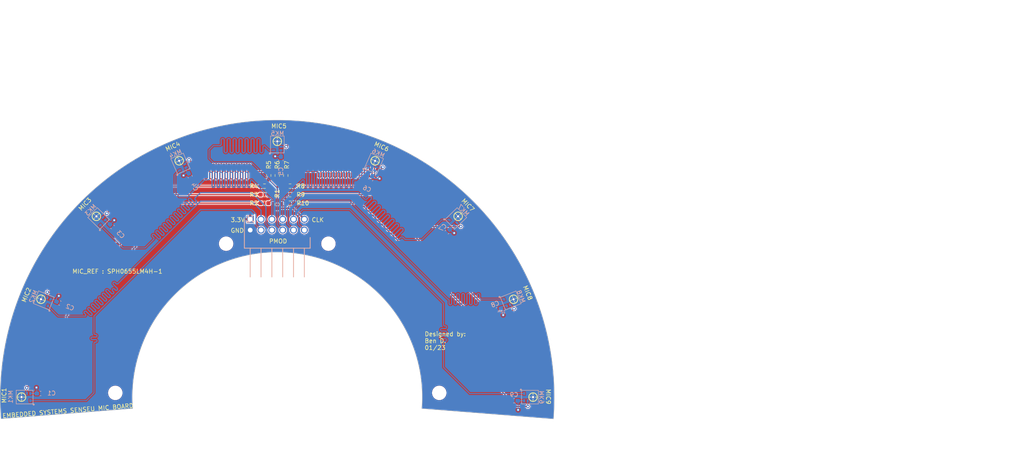
<source format=kicad_pcb>
(kicad_pcb (version 20221018) (generator pcbnew)
  (layers (0 "F.Cu" power) (31 "B.Cu" power) (34 "B.Paste" user) (35 "F.Paste" user) (36 "B.SilkS" user "B.Silkscreen") (37 "F.SilkS" user "F.Silkscreen") (38 "B.Mask" user) (39 "F.Mask" user) (44 "Edge.Cuts" user))
  (net 0 "")
  (net 1 "3.3V")
  (net 2 "GND")
  (net 3 "PDM-1")
  (net 4 "CLK")
  (net 5 "PDM-2")
  (net 6 "PDM-3")
  (net 7 "PDM-6")
  (net 8 "PDM-4")
  (net 9 "PDM-5")
  (net 10 "Net-(J1-CLK)")
  (net 11 "PDM-7")
  (net 12 "PDM-8")
  (net 13 "PDM-9")
  (net 14 "CLK-1")
  (net 15 "CLK-2")
  (net 16 "CLK-3")
  (net 17 "CLK-4")
  (net 18 "CLK-5")
  (net 19 "CLK-6")
  (net 20 "CLK-7")
  (net 21 "CLK-8")
  (net 22 "CLK-9")
  (footprint "Resistor_SMD:R_0603_1608Metric_Pad0.98x0.95mm_HandSolder" (layer "F.Cu") (at 103 74.5)
    (fp_text reference "R10")
    (fp_text value "0")
  )
  (footprint "Resistor_SMD:R_0603_1608Metric_Pad0.98x0.95mm_HandSolder" (layer "F.Cu") (at 100 68 90)
    (fp_text reference "R6")
    (fp_text value "0")
  )
  (footprint "MountingHole:MountingHole_3.2mm_M3_DIN965" (layer "F.Cu") (at 138 119)
    (fp_text reference "REF**" hide)
    (fp_text value "MountingHole_3.2mm_M3_DIN965")
  )
  (footprint "MountingHole:MountingHole_3.2mm_M3_DIN965" (layer "F.Cu") (at 112 84)
    (fp_text reference "REF**" hide)
    (fp_text value "MountingHole_3.2mm_M3_DIN965")
  )
  (footprint "Resistor_SMD:R_0603_1608Metric_Pad0.98x0.95mm_HandSolder" (layer "F.Cu") (at 97.99 68 90)
    (fp_text reference "R5")
    (fp_text value "0")
  )
  (footprint "Resistor_SMD:R_0603_1608Metric_Pad0.98x0.95mm_HandSolder" (layer "F.Cu") (at 102.999998 72.5)
    (fp_text reference "R9")
    (fp_text value "0")
  )
  (footprint "Resistor_SMD:R_0603_1608Metric_Pad0.98x0.95mm_HandSolder" (layer "F.Cu") (at 101.99 68 90)
    (fp_text reference "R7")
    (fp_text value "0")
  )
  (footprint "Resistor_SMD:R_0603_1608Metric_Pad0.98x0.95mm_HandSolder" (layer "F.Cu") (at 103.000001 70.5)
    (fp_text reference "R8")
    (fp_text value "0")
  )
  (footprint "Resistor_SMD:R_0603_1608Metric_Pad0.98x0.95mm_HandSolder" (layer "F.Cu") (at 97 74.5 180)
    (fp_text reference "R2")
    (fp_text value "0")
  )
  (footprint "MountingHole:MountingHole_3.2mm_M3_DIN965" (layer "F.Cu") (at 88 84)
    (fp_text reference "REF**" hide)
    (fp_text value "MountingHole_3.2mm_M3_DIN965")
  )
  (footprint "MountingHole:MountingHole_3.2mm_M3_DIN965" (layer "F.Cu") (at 62 119)
    (fp_text reference "REF**" hide)
    (fp_text value "MountingHole_3.2mm_M3_DIN965")
  )
  (footprint "Resistor_SMD:R_0603_1608Metric_Pad0.98x0.95mm_HandSolder" (layer "F.Cu") (at 97 72.5 180)
    (fp_text reference "R3")
    (fp_text value "0")
  )
  (footprint "Resistor_SMD:R_0603_1608Metric_Pad0.98x0.95mm_HandSolder" (layer "F.Cu") (at 97 70.5 180)
    (fp_text reference "R4")
    (fp_text value "0")
  )
  (footprint "Resistor_SMD:R_0603_1608Metric_Pad0.98x0.95mm_HandSolder" (layer "F.Cu") (at 100 74.7875 -90)
    (fp_text reference "R1")
    (fp_text value "51")
  )
  (footprint "SenseU_Microphoneboard:MIC_SPH0655LM4H-1" (layer "B.Cu") (at 40.711 119.9875 90)
    (fp_text reference "MK1")
    (fp_text value "SPH0655LM4H-1")
  )
  (footprint "Capacitor_SMD:C_0603_1608Metric_Pad1.08x0.95mm_HandSolder" (layer "B.Cu") (at 121.925 68.975 -113.814)
    (fp_text reference "C6")
    (fp_text value "0.1uF")
  )
  (footprint "SenseU_Microphoneboard:MIC_SPH0655LM4H-1" (layer "B.Cu") (at 45.225 97.3 67.937)
    (fp_text reference "MK2")
    (fp_text value "SPH0655LM4H-1")
  )
  (footprint "Capacitor_SMD:C_0603_1608Metric_Pad1.08x0.95mm_HandSolder" (layer "B.Cu") (at 139.825 81.275 -135.875)
    (fp_text reference "C7")
    (fp_text value "0.1uF")
  )
  (footprint "SenseU_Microphoneboard:MIC_SPH0655LM4H-1" (layer "B.Cu") (at 58.075 78.075 45.875)
    (fp_text reference "MK3")
    (fp_text value "SPH0655LM4H-1")
  )
  (footprint "SenseU_Microphoneboard:MIC_SPH0655LM4H-1" (layer "B.Cu") (at 159.29 120 -90)
    (fp_text reference "MK9")
    (fp_text value "SPH0655LM4H-1")
  )
  (footprint "SenseU_Microphoneboard:MIC_SPH0655LM4H-1" (layer "B.Cu") (at 77.276617 65.204244 23.814)
    (fp_text reference "MK4")
    (fp_text value "SPH0655LM4H-1")
  )
  (footprint "SenseU_Microphoneboard:12PIN_2-ROW_RIGHT-ANGLE_90122-0126" (layer "B.Cu") (at 93.65 78.2675)
    (fp_text reference "J1")
    (fp_text value "90122-0126" hide)
  )
  (footprint "SenseU_Microphoneboard:MIC_SPH0655LM4H-1" (layer "B.Cu") (at 141.915337 78.071466 -45.875)
    (fp_text reference "MK7")
    (fp_text value "SPH0655LM4H-1")
  )
  (footprint "Capacitor_SMD:C_0603_1608Metric_Pad1.08x0.95mm_HandSolder" (layer "B.Cu") (at 155.55 120.85 180)
    (fp_text reference "C9")
    (fp_text value "0.1uF")
  )
  (footprint "SenseU_Microphoneboard:MIC_SPH0655LM4H-1" (layer "B.Cu") (at 154.777997 97.315524 -67.937)
    (fp_text reference "MK8")
    (fp_text value "SPH0655LM4H-1")
  )
  (footprint "SenseU_Microphoneboard:MIC_SPH0655LM4H-1" (layer "B.Cu") (at 100.0125 60.708)
    (fp_text reference "MK5")
    (fp_text value "SPH0655LM4H-1")
  )
  (footprint "Capacitor_SMD:C_0603_1608Metric_Pad1.08x0.95mm_HandSolder" (layer "B.Cu") (at 151.65 99.5 -157.937)
    (fp_text reference "C8")
    (fp_text value "0.1uF")
  )
  (footprint "SenseU_Microphoneboard:MIC_SPH0655LM4H-1" (layer "B.Cu") (at 122.661687 65.21213 -23.814)
    (fp_text reference "MK6")
    (fp_text value "SPH0655LM4H-1")
  )
  (footprint "Capacitor_SMD:C_0603_1608Metric_Pad1.08x0.95mm_HandSolder" (layer "B.Cu") (at 49 97.925 -22.063)
    (fp_text reference "C2")
    (fp_text value "0.1uF")
  )
  (footprint "Capacitor_SMD:C_0603_1608Metric_Pad1.08x0.95mm_HandSolder" (layer "B.Cu") (at 44.45 119.15)
    (fp_text reference "C1")
    (fp_text value "0.1uF")
  )
  (footprint "Capacitor_SMD:C_0603_1608Metric_Pad1.08x0.95mm_HandSolder" (layer "B.Cu") (at 79.55 68.275 -66.186)
    (fp_text reference "C4")
    (fp_text value "0.1uF")
  )
  (footprint "Capacitor_SMD:C_0603_1608Metric_Pad1.08x0.95mm_HandSolder" (layer "B.Cu") (at 61.35 80.075 -44.125)
    (fp_text reference "C3")
    (fp_text value "0.1uF")
  )
  (footprint "Capacitor_SMD:C_0603_1608Metric_Pad1.08x0.95mm_HandSolder" (layer "B.Cu") (at 100.85 64.45 -90)
    (fp_text reference "C5")
    (fp_text value "0.1uF")
  )
  (gr_arc (start 35 120) (mid 100 55) (end 165 120) (stroke (width 0.1)) (layer "Edge.Cuts"))
  (gr_line (start 66.100001 122.66) (end 35.198318 125.073661) (stroke (width 0.1)) (layer "Edge.Cuts"))
  (gr_line (start 133.898368 122.680711) (end 164.798063 125.119673) (stroke (width 0.1)) (layer "Edge.Cuts"))
  (gr_arc (start 35.198318 125.073661) (mid 35.049598 122.538768) (end 35 120) (stroke (width 0.1)) (layer "Edge.Cuts"))
  (gr_arc (start 66.100001 122.66) (mid 100.010388 85.995803) (end 133.898368 122.680711) (stroke (width 0.1)) (layer "Edge.Cuts"))
  (gr_arc (start 165 120) (mid 164.949496 122.561827) (end 164.798063 125.119673) (stroke (width 0.1)) (layer "Edge.Cuts"))
  (gr_text "MIC8" (at 157.5 94 292.063) (layer "F.SilkS") (effects (font (size 1 1)) (justify left bottom)))
  (gr_text "MIC7\n" (at 143 74 314.125) (layer "F.SilkS") (effects (font (size 1 1)) (justify left bottom)))
  (gr_text "3.3V\n" (at 89 79) (layer "F.SilkS") (effects (font (size 1 1)) (justify left bottom)))
  (gr_text "CLK\n" (at 108 79) (layer "F.SilkS") (effects (font (size 1 1)) (justify left bottom)))
  (gr_text "MIC9" (at 163 118 -90) (layer "F.SilkS") (effects (font (size 1 1)) (justify left bottom)))
  (gr_text "MIC6\n" (at 122.5 61 336.186) (layer "F.SilkS") (effects (font (size 1 1)) (justify left bottom)))
  (gr_text "MIC5\n" (at 98.5 57) (layer "F.SilkS") (effects (font (size 1 1)) (justify left bottom)))
  (gr_text "MIC3" (at 54 76.5 45.875) (layer "F.SilkS") (effects (font (size 1 1)) (justify left bottom)))
  (gr_text "MIC2\n" (at 41 98 67.937) (layer "F.SilkS") (effects (font (size 1 1)) (justify left bottom)))
  (gr_text "MIC4\n" (at 74 62.5 23.814) (layer "F.SilkS") (effects (font (size 1 1)) (justify left bottom)))
  (gr_text "GND\n" (at 89 81.5) (layer "F.SilkS") (effects (font (size 1 1)) (justify left bottom)))
  (gr_text "MIC1" (at 36.5 121.5 90) (layer "F.SilkS") (effects (font (size 1 1)) (justify left bottom)))
  (gr_text "Designed by:\nBen D. \n01/23" (at 134.5 109) (layer "F.SilkS") (effects (font (size 1 1)) (justify left bottom)))
  (gr_text "EMBEDDED SYSTEMS SENSEU MIC BOARD" (at 35.5 125 4.5) (layer "F.SilkS") (effects (font (size 1 1)) (justify left bottom)))
  (gr_text "PMOD\n" (at 98 84) (layer "F.SilkS") (effects (font (size 1 1)) (justify left bottom)))
  (gr_text "MIC_REF : SPH0655LM4H-1" (at 62.5 90.5) (layer "F.SilkS") (effects (font (size 1 1))))
  (via (at 61.75 78.5) (size 0.8) (drill 0.4) (layers "F.Cu" "B.Cu") (net 1))
  (via (at 153 100.75) (size 0.8) (drill 0.4) (layers "F.Cu" "B.Cu") (net 1))
  (via (at 141.5 81.5) (size 0.8) (drill 0.4) (layers "F.Cu" "B.Cu") (net 1))
  (via (at 78 68) (size 0.8) (drill 0.4) (layers "F.Cu" "B.Cu") (net 1))
  (via (at 123.992188 68.740384) (size 0.8) (drill 0.4) (layers "F.Cu" "B.Cu") (net 1))
  (via (at 99.5 63.5) (size 0.8) (drill 0.4) (layers "F.Cu" "B.Cu") (net 1))
  (via (at 43.5 117.75) (size 0.8) (drill 0.4) (layers "F.Cu" "B.Cu") (net 1))
  (via (at 156.5 123) (size 0.8) (drill 0.4) (layers "F.Cu" "B.Cu") (net 1))
  (via (at 48.75 96.25) (size 0.8) (drill 0.4) (layers "F.Cu" "B.Cu") (net 1))
  (segment (start 122.877142 67.582041) (end 122.273251 68.185932) (width 0.25) (layer "B.Cu") (net 1))
  (segment (start 48.20066 96.79934) (end 48.75 96.25) (width 0.25) (layer "B.Cu") (net 1))
  (segment (start 123.992188 68.740384) (end 122.827703 68.740384) (width 0.25) (layer "B.Cu") (net 1))
  (segment (start 42.075 119.15) (end 43.5875 119.15) (width 0.25) (layer "B.Cu") (net 1))
  (segment (start 141.5 81.5) (end 141.269617 81.5) (width 0.25) (layer "B.Cu") (net 1))
  (segment (start 100.85 63.5875) (end 99.5875 63.5875) (width 0.25) (layer "B.Cu") (net 1))
  (segment (start 153 100.75) (end 153 99.726683) (width 0.25) (layer "B.Cu") (net 1))
  (segment (start 99.5875 63.5875) (end 99.5 63.5) (width 0.25) (layer "B.Cu") (net 1))
  (segment (start 43.5875 117.8375) (end 43.5 117.75) (width 0.25) (layer "B.Cu") (net 1))
  (segment (start 156.425 120.8375) (end 156.4125 120.85) (width 0.25) (layer "B.Cu") (net 1))
  (segment (start 78.593554 66.877737) (end 79.201749 67.485932) (width 0.25) (layer "B.Cu") (net 1))
  (segment (start 43.5875 119.15) (end 43.5875 117.8375) (width 0.25) (layer "B.Cu") (net 1))
  (segment (start 60.730878 79.474505) (end 60.775495 79.474505) (width 0.25) (layer "B.Cu") (net 1))
  (segment (start 47.63582 97.036183) (end 48.20066 97.601023) (width 0.25) (layer "B.Cu") (net 1))
  (segment (start 79.201749 67.485932) (end 78.514068 67.485932) (width 0.25) (layer "B.Cu") (net 1))
  (segment (start 153.021314 98.604049) (end 152.44934 99.176023) (width 0.25) (layer "B.Cu") (net 1))
  (segment (start 78.514068 67.485932) (end 78 68) (width 0.25) (layer "B.Cu") (net 1))
  (segment (start 156.5 123) (end 156.5 120.9375) (width 0.25) (layer "B.Cu") (net 1))
  (segment (start 48.20066 97.601023) (end 48.20066 96.79934) (width 0.25) (layer "B.Cu") (net 1))
  (segment (start 78.593554 66.113958) (end 78.593554 66.877737) (width 0.25) (layer "B.Cu") (net 1))
  (segment (start 157.926 120.8375) (end 156.425 120.8375) (width 0.25) (layer "B.Cu") (net 1))
  (segment (start 59.637199 78.423476) (end 59.679849 78.423476) (width 0.25) (layer "B.Cu") (net 1))
  (segment (start 153.828467 98.604049) (end 153.021314 98.604049) (width 0.25) (layer "B.Cu") (net 1))
  (segment (start 141.269617 81.5) (end 140.444122 80.674505) (width 0.25) (layer "B.Cu") (net 1))
  (segment (start 153 99.726683) (end 152.44934 99.176023) (width 0.25) (layer "B.Cu") (net 1))
  (segment (start 156.5 120.9375) (end 156.4125 120.85) (width 0.25) (layer "B.Cu") (net 1))
  (segment (start 122.827703 68.740384) (end 122.273251 68.185932) (width 0.25) (layer "B.Cu") (net 1))
  (segment (start 141.519316 79.622295) (end 141.496332 79.622295) (width 0.25) (layer "B.Cu") (net 1))
  (segment (start 122.877142 66.798157) (end 122.877142 67.582041) (width 0.25) (layer "B.Cu") (net 1))
  (segment (start 46.803703 97.036183) (end 47.63582 97.036183) (width 0.25) (layer "B.Cu") (net 1))
  (segment (start 60.775495 79.474505) (end 61.75 78.5) (width 0.25) (layer "B.Cu") (net 1))
  (segment (start 141.496332 79.622295) (end 140.444122 80.674505) (width 0.25) (layer "B.Cu") (net 1))
  (segment (start 59.679849 78.423476) (end 60.730878 79.474505) (width 0.25) (layer "B.Cu") (net 1))
  (segment (start 100.85 62.072) (end 100.85 63.5875) (width 0.25) (layer "B.Cu") (net 1))
  (segment (start 57 107.4) (end 57 108.7036) (width 0.25) (layer "B.Cu") (net 3))
  (segment (start 57 106.5) (end 57.413187 106.5) (width 0.25) (layer "B.Cu") (net 3))
  (segment (start 57.3 105.9) (end 56.586813 105.9) (width 0.25) (layer "B.Cu") (net 3))
  (segment (start 57.413187 107.1) (end 57.3 107.1) (width 0.25) (layer "B.Cu") (net 3))
  (segment (start 96.19 80.8075) (end 95 79.6175) (width 0.25) (layer "B.Cu") (net 3))
  (segment (start 95 77) (end 94 76) (width 0.25) (layer "B.Cu") (net 3))
  (segment (start 57 101) (end 57 105) (width 0.25) (layer "B.Cu") (net 3))
  (segment (start 57 108.7036) (end 57 119) (width 0.25) (layer "B.Cu") (net 3))
  (segment (start 94 76) (end 82 76) (width 0.25) (layer "B.Cu") (net 3))
  (segment (start 55.175 120.825) (end 42.075 120.825) (width 0.25) (layer "B.Cu") (net 3))
  (segment (start 57.41321 105.9) (end 57.3 105.9) (width 0.25) (layer "B.Cu") (net 3))
  (segment (start 56.586813 106.5) (end 57 106.5) (width 0.25) (layer "B.Cu") (net 3))
  (segment (start 82 76) (end 57 101) (width 0.25) (layer "B.Cu") (net 3))
  (segment (start 57 119) (end 55.175 120.825) (width 0.25) (layer "B.Cu") (net 3))
  (segment (start 95 79.6175) (end 95 77) (width 0.25) (layer "B.Cu") (net 3))
  (segment (start 57.3 105.3) (end 57.41321 105.3) (width 0.25) (layer "B.Cu") (net 3))
  (arc (start 57.713187 106.8) (mid 57.625319 107.012132) (end 57.413187 107.1) (width 0.25) (layer "B.Cu") (net 3))
  (arc (start 57.3 107.1) (mid 57.087868 107.187868) (end 57 107.4) (width 0.25) (layer "B.Cu") (net 3))
  (arc (start 57.71321 105.6) (mid 57.625342 105.812132) (end 57.41321 105.9) (width 0.25) (layer "B.Cu") (net 3))
  (arc (start 57.413187 106.5) (mid 57.625319 106.587868) (end 57.713187 106.8) (width 0.25) (layer "B.Cu") (net 3))
  (arc (start 57.41321 105.3) (mid 57.625342 105.387868) (end 57.71321 105.6) (width 0.25) (layer "B.Cu") (net 3))
  (arc (start 57 105) (mid 57.087868 105.212132) (end 57.3 105.3) (width 0.25) (layer "B.Cu") (net 3))
  (arc (start 56.586813 105.9) (mid 56.374681 105.987868) (end 56.286813 106.2) (width 0.25) (layer "B.Cu") (net 3))
  (arc (start 56.286813 106.2) (mid 56.374681 106.412132) (end 56.586813 106.5) (width 0.25) (layer "B.Cu") (net 3))
  (segment (start 100 72.587501) (end 100 73.875) (width 0.25) (layer "F.Cu") (net 4))
  (segment (start 99.2875 73.875) (end 97.9125 72.5) (width 0.25) (layer "F.Cu") (net 4))
  (segment (start 100 73.875) (end 100 70.9025) (width 0.25) (layer "F.Cu") (net 4))
  (segment (start 100 73.875) (end 99.2875 73.875) (width 0.25) (layer "F.Cu") (net 4))
  (segment (start 101.4625 73.875) (end 102.0875 74.5) (width 0.25) (layer "F.Cu") (net 4))
  (segment (start 100 70.9225) (end 97.99 68.9125) (width 0.25) (layer "F.Cu") (net 4))
  (segment (start 100.712498 73.875) (end 102.087498 72.5) (width 0.25) (layer "F.Cu") (net 4))
  (segment (start 100 73.875) (end 101.4625 73.875) (width 0.25) (layer "F.Cu") (net 4))
  (segment (start 100 73.875) (end 100 70.9225) (width 0.25) (layer "F.Cu") (net 4))
  (segment (start 102.087501 70.5) (end 100 72.587501) (width 0.25) (layer "F.Cu") (net 4))
  (segment (start 98.5375 73.875) (end 97.9125 74.5) (width 0.25) (layer "F.Cu") (net 4))
  (segment (start 100 70.9025) (end 101.99 68.9125) (width 0.25) (layer "F.Cu") (net 4))
  (segment (start 100 73.875) (end 98.5375 73.875) (width 0.25) (layer "F.Cu") (net 4))
  (segment (start 100 72.5875) (end 97.9125 70.5) (width 0.25) (layer "F.Cu") (net 4))
  (segment (start 100 73.875) (end 100 72.5875) (width 0.25) (layer "F.Cu") (net 4))
  (segment (start 100 73.875) (end 100 68.9125) (width 0.25) (layer "F.Cu") (net 4))
  (segment (start 100 73.875) (end 100.712498 73.875) (width 0.25) (layer "F.Cu") (net 4))
  (segment (start 61.570567 95.691135) (end 61.570567 95.691134) (width 0.25) (layer "B.Cu") (net 5))
  (segment (start 56.879401 98.21248) (end 57.333462 98.666541) (width 0.25) (layer "B.Cu") (net 5))
  (segment (start 54.758072 99.909544) (end 54.758075 99.909542) (width 0.25) (layer "B.Cu") (net 5))
  (segment (start 59.424979 95.666872) (end 59.879055 96.120948) (width 0.25) (layer "B.Cu") (net 5))
  (segment (start 56.479374 100.358049) (end 56.060661 99.939336) (width 0.25) (layer "B.Cu") (net 5))
  (segment (start 59.000712 95.666874) (end 59.000715 95.666872) (width 0.25) (layer "B.Cu") (net 5))
  (segment (start 94 74) (end 96.19 76.19) (width 0.25) (layer "B.Cu") (net 5))
  (segment (start 57.303665 97.363951) (end 57.303668 97.363949) (width 0.25) (layer "B.Cu") (net 5))
  (segment (start 57.327912 99.509525) (end 56.909192 99.090805) (width 0.25) (layer "B.Cu") (net 5))
  (segment (start 58.606254 97.393743) (end 58.152181 96.939669) (width 0.25) (layer "B.Cu") (net 5))
  (segment (start 62.437457 94.436702) (end 62.437457 94.436703) (width 0.25) (layer "B.Cu") (net 5))
  (segment (start 62.636774 93.363228) (end 62.636775 93.363228) (width 0.25) (layer "B.Cu") (net 5))
  (segment (start 59.030524 96.969479) (end 59.449241 97.388197) (width 0.25) (layer "B.Cu") (net 5))
  (segment (start 58.181993 97.81801) (end 58.60071 98.236728) (width 0.25) (layer "B.Cu") (net 5))
  (segment (start 61.527933 93.102915) (end 61.527933 93.102914) (width 0.25) (layer "B.Cu") (net 5))
  (segment (start 60.727586 95.272417) (end 61.146303 95.691135) (width 0.25) (layer "B.Cu") (net 5))
  (segment (start 59.454785 96.545212) (end 59.000712 96.091138) (width 0.25) (layer "B.Cu") (net 5))
  (segment (start 57.327912 99.93379) (end 57.327912 99.933789) (width 0.25) (layer "B.Cu") (net 5))
  (segment (start 61.788244 94.636019) (end 62.013193 94.860968) (width 0.25) (layer "B.Cu") (net 5))
  (segment (start 48.586005 101) (end 55 101) (width 0.25) (layer "B.Cu") (net 5))
  (segment (start 82 74) (end 94 74) (width 0.25) (layer "B.Cu") (net 5))
  (segment (start 56.455134 98.212482) (end 56.455137 98.21248) (width 0.25) (layer "B.Cu") (net 5))
  (segment (start 57.727932 97.363949) (end 58.181993 97.81801) (width 0.25) (layer "B.Cu") (net 5))
  (segment (start 46.17453 98.588525) (end 48.586005 101) (width 0.25) (layer "B.Cu") (net 5))
  (segment (start 60.273525 94.818356) (end 60.727586 95.272417) (width 0.25) (layer "B.Cu") (net 5))
  (segment (start 59.849258 94.818358) (end 59.849261 94.818356) (width 0.25) (layer "B.Cu") (net 5))
  (segment (start 62.636775 93.363228) (end 82 74) (width 0.25) (layer "B.Cu") (net 5))
  (segment (start 56.909192 99.090805) (end 56.455134 98.636746) (width 0.25) (layer "B.Cu") (net 5))
  (segment (start 61.570567 95.26687) (end 61.363979 95.060282) (width 0.25) (layer "B.Cu") (net 5))
  (segment (start 57.757723 98.242274) (end 57.303665 97.788215) (width 0.25) (layer "B.Cu") (net 5))
  (segment (start 55.182339 99.909542) (end 55.424268 100.151471) (width 0.25) (layer "B.Cu") (net 5))
  (segment (start 55 100.575736) (end 54.758072 100.333808) (width 0.25) (layer "B.Cu") (net 5))
  (segment (start 59.879055 96.120948) (end 60.297803 96.539697) (width 0.25) (layer "B.Cu") (net 5))
  (segment (start 59.024974 97.812463) (end 58.606254 97.393743) (width 0.25) (layer "B.Cu") (net 5))
  (segment (start 58.176443 98.660994) (end 57.757723 98.242274) (width 0.25) (layer "B.Cu") (net 5))
  (segment (start 61.363979 94.636018) (end 61.36398 94.636019) (width 0.25) (layer "B.Cu") (net 5))
  (segment (start 56.03087 99.061011) (end 56.484931 99.515072) (width 0.25) (layer "B.Cu") (net 5))
  (segment (start 56.479374 100.782314) (end 56.479374 100.782313) (width 0.25) (layer "B.Cu") (net 5))
  (segment (start 58.576448 96.515403) (end 59.030524 96.969479) (width 0.25) (layer "B.Cu") (net 5))
  (segment (start 61.952197 93.102915) (end 62.21251 93.363228) (width 0.25) (layer "B.Cu") (net 5))
  (segment (start 56.484931 99.515072) (end 56.903648 99.93379) (width 0.25) (layer "B.Cu") (net 5))
  (segment (start 55.606603 99.061013) (end 55.606606 99.061011) (width 0.25) (layer "B.Cu") (net 5))
  (segment (start 60.722067 96.115432) (end 60.303316 95.696681) (width 0.25) (layer "B.Cu") (net 5))
  (segment (start 62.437457 94.436703) (end 61.527933 93.527179) (width 0.25) (layer "B.Cu") (net 5))
  (segment (start 59.873505 96.963932) (end 59.454785 96.545212) (width 0.25) (layer "B.Cu") (net 5))
  (segment (start 60.303316 95.696681) (end 59.849258 95.242622) (width 0.25) (layer "B.Cu") (net 5))
  (segment (start 59.024974 98.236728) (end 59.024974 98.236727) (width 0.25) (layer "B.Cu") (net 5))
  (segment (start 56.060661 99.939336) (end 55.606603 99.485277) (width 0.25) (layer "B.Cu") (net 5))
  (segment (start 61.952199 93.102914) (end 61.952197 93.102915) (width 0.25) (layer "B.Cu") (net 5))
  (segment (start 55.424268 100.151471) (end 56.05511 100.782314) (width 0.25) (layer "B.Cu") (net 5))
  (segment (start 59.873505 97.388197) (end 59.873505 97.388196) (width 0.25) (layer "B.Cu") (net 5))
  (segment (start 58.176443 99.085259) (end 58.176443 99.085258) (width 0.25) (layer "B.Cu") (net 5))
  (segment (start 96.19 76.19) (end 96.19 78.2675) (width 0.25) (layer "B.Cu") (net 5))
  (segment (start 60.722067 96.539697) (end 60.722067 96.539696) (width 0.25) (layer "B.Cu") (net 5))
  (segment (start 57.333462 98.666541) (end 57.752179 99.085259) (width 0.25) (layer "B.Cu") (net 5))
  (segment (start 58.152181 96.515405) (end 58.152184 96.515403) (width 0.25) (layer "B.Cu") (net 5))
  (arc (start 55.606603 99.485277) (mid 55.518735 99.273145) (end 55.606603 99.061013) (width 0.25) (layer "B.Cu") (net 5))
  (arc (start 62.013193 94.860968) (mid 62.225325 94.948836) (end 62.437457 94.860968) (width 0.25) (layer "B.Cu") (net 5))
  (arc (start 57.303665 97.788215) (mid 57.215797 97.576083) (end 57.303665 97.363951) (width 0.25) (layer "B.Cu") (net 5))
  (arc (start 55.606606 99.061011) (mid 55.818738 98.973143) (end 56.03087 99.061011) (width 0.25) (layer "B.Cu") (net 5))
  (arc (start 56.903648 99.93379) (mid 57.11578 100.021658) (end 57.327912 99.93379) (width 0.25) (layer "B.Cu") (net 5))
  (arc (start 61.527933 93.102914) (mid 61.740065 93.015047) (end 61.952199 93.102914) (width 0.25) (layer "B.Cu") (net 5))
  (arc (start 61.146303 95.691135) (mid 61.358435 95.779003) (end 61.570567 95.691135) (width 0.25) (layer "B.Cu") (net 5))
  (arc (start 56.455134 98.636746) (mid 56.367266 98.424614) (end 56.455134 98.212482) (width 0.25) (layer "B.Cu") (net 5))
  (arc (start 59.000715 95.666872) (mid 59.212847 95.579004) (end 59.424979 95.666872) (width 0.25) (layer "B.Cu") (net 5))
  (arc (start 56.479374 100.782313) (mid 56.567242 100.570181) (end 56.479374 100.358049) (width 0.25) (layer "B.Cu") (net 5))
  (arc (start 61.570567 95.691134) (mid 61.658435 95.479002) (end 61.570567 95.26687) (width 0.25) (layer "B.Cu") (net 5))
  (arc (start 62.21251 93.363228) (mid 62.424642 93.451096) (end 62.636774 93.363228) (width 0.25) (layer "B.Cu") (net 5))
  (arc (start 59.024974 98.236727) (mid 59.112842 98.024595) (end 59.024974 97.812463) (width 0.25) (layer "B.Cu") (net 5))
  (arc (start 58.60071 98.236728) (mid 58.812842 98.324596) (end 59.024974 98.236728) (width 0.25) (layer "B.Cu") (net 5))
  (arc (start 54.758075 99.909542) (mid 54.970207 99.821674) (end 55.182339 99.909542) (width 0.25) (layer "B.Cu") (net 5))
  (arc (start 55 101) (mid 55.087868 100.787868) (end 55 100.575736) (width 0.25) (layer "B.Cu") (net 5))
  (arc (start 59.000712 96.091138) (mid 58.912844 95.879006) (end 59.000712 95.666874) (width 0.25) (layer "B.Cu") (net 5))
  (arc (start 61.36398 94.636019) (mid 61.576112 94.548151) (end 61.788244 94.636019) (width 0.25) (layer "B.Cu") (net 5))
  (arc (start 57.752179 99.085259) (mid 57.964311 99.173127) (end 58.176443 99.085259) (width 0.25) (layer "B.Cu") (net 5))
  (arc (start 56.455137 98.21248) (mid 56.667269 98.124612) (end 56.879401 98.21248) (width 0.25) (layer "B.Cu") (net 5))
  (arc (start 54.758072 100.333808) (mid 54.670204 100.121676) (end 54.758072 99.909544) (width 0.25) (layer "B.Cu") (net 5))
  (arc (start 59.849258 95.242622) (mid 59.76139 95.03049) (end 59.849258 94.818358) (width 0.25) (layer "B.Cu") (net 5))
  (arc (start 62.437457 94.860968) (mid 62.525325 94.648835) (end 62.437457 94.436702) (width 0.25) (layer "B.Cu") (net 5))
  (arc (start 61.527933 93.527179) (mid 61.440065 93.315047) (end 61.527933 93.102915) (width 0.25) (layer "B.Cu") (net 5))
  (arc (start 58.176443 99.085258) (mid 58.264311 98.873126) (end 58.176443 98.660994) (width 0.25) (layer "B.Cu") (net 5))
  (arc (start 56.05511 100.782314) (mid 56.267242 100.870182) (end 56.479374 100.782314) (width 0.25) (layer "B.Cu") (net 5))
  (arc (start 59.449241 97.388197) (mid 59.661373 97.476065) (end 59.873505 97.388197) (width 0.25) (layer "B.Cu") (net 5))
  (arc (start 57.327912 99.933789) (mid 57.41578 99.721657) (end 57.327912 99.509525) (width 0.25) (layer "B.Cu") (net 5))
  (arc (start 58.152184 96.515403) (mid 58.364316 96.427535) (end 58.576448 96.515403) (width 0.25) (layer "B.Cu") (net 5))
  (arc (start 58.152181 96.939669) (mid 58.064313 96.727537) (end 58.152181 96.515405) (width 0.25) (layer "B.Cu") (net 5))
  (arc (start 60.297803 96.539697) (mid 60.509935 96.627565) (end 60.722067 96.539697) (width 0.25) (layer "B.Cu") (net 5))
  (arc (start 61.363979 95.060282) (mid 61.276111 94.84815) (end 61.363979 94.636018) (width 0.25) (layer "B.Cu") (net 5))
  (arc (start 59.873505 97.388196) (mid 59.961373 97.176064) (end 59.873505 96.963932) (width 0.25) (layer "B.Cu") (net 5))
  (arc (start 60.722067 96.539696) (mid 60.809935 96.327564) (end 60.722067 96.115432) (width 0.25) (layer "B.Cu") (net 5))
  (arc (start 57.303668 97.363949) (mid 57.5158 97.276081) (end 57.727932 97.363949) (width 0.25) (layer "B.Cu") (net 5))
  (arc (start 59.849261 94.818356) (mid 60.061393 94.730488) (end 60.273525 94.818356) (width 0.25) (layer "B.Cu") (net 5))
  (segment (start 63.845192 85) (end 69 85) (width 0.25) (layer "B.Cu") (net 6))
  (segment (start 75.879055 78.120948) (end 76.324472 78.566366) (width 0.25) (layer "B.Cu") (net 6))
  (segment (start 69 85) (end 71 83) (width 0.25) (layer "B.Cu") (net 6))
  (segment (start 80.14286 74.747977) (end 79.69744 74.302557) (width 0.25) (layer "B.Cu") (net 6))
  (segment (start 74.549728 78.488683) (end 75.030524 78.969479) (width 0.25) (layer "B.Cu") (net 6))
  (segment (start 72.004135 81.034276) (end 72.484931 81.515072) (width 0.25) (layer "B.Cu") (net 6))
  (segment (start 79.640938 73.397521) (end 80.12171 73.878293) (width 0.25) (layer "B.Cu") (net 6))
  (segment (start 76.671054 75.943092) (end 76.671057 75.94309) (width 0.25) (layer "B.Cu") (net 6))
  (segment (start 74.181993 79.81801) (end 74.62741 80.263428) (width 0.25) (layer "B.Cu") (net 6))
  (segment (start 78.445798 76.445039) (end 78.000378 75.999619) (width 0.25) (layer "B.Cu") (net 6))
  (segment (start 73.354612 81.536225) (end 72.909192 81.090805) (width 0.25) (layer "B.Cu") (net 6))
  (segment (start 79.216671 73.397523) (end 79.216674 73.397521) (width 0.25) (layer "B.Cu") (net 6))
  (segment (start 80.991398 74.323718) (end 80.991398 74.323717) (width 0.25) (layer "B.Cu") (net 6))
  (segment (start 75.398259 77.640152) (end 75.879055 78.120948) (width 0.25) (layer "B.Cu") (net 6))
  (segment (start 73.757723 80.242274) (end 73.276946 79.761496) (width 0.25) (layer "B.Cu") (net 6))
  (segment (start 76.748736 78.142101) (end 76.303316 77.696681) (width 0.25) (layer "B.Cu") (net 6))
  (segment (start 72.484931 81.515072) (end 72.930348 81.96049) (width 0.25) (layer "B.Cu") (net 6))
  (segment (start 77.519585 75.094561) (end 77.519588 75.094559) (width 0.25) (layer "B.Cu") (net 6))
  (segment (start 75.051674 79.839163) (end 74.606254 79.393743) (width 0.25) (layer "B.Cu") (net 6))
  (segment (start 82 72) (end 94 72) (width 0.25) (layer "B.Cu") (net 6))
  (segment (start 74.606254 79.393743) (end 74.125461 78.912949) (width 0.25) (layer "B.Cu") (net 6))
  (segment (start 77.597267 77.717835) (end 77.597267 77.717834) (width 0.25) (layer "B.Cu") (net 6))
  (segment (start 78.424648 75.575355) (end 78.870065 76.020773) (width 0.25) (layer "B.Cu") (net 6))
  (segment (start 78.848909 75.151088) (end 78.368132 74.67031) (width 0.25) (layer "B.Cu") (net 6))
  (segment (start 70.731353 81.882825) (end 70.731356 81.882823) (width 0.25) (layer "B.Cu") (net 6))
  (segment (start 79.69744 74.302557) (end 79.216671 73.821787) (width 0.25) (layer "B.Cu") (net 6))
  (segment (start 74.203143 81.111959) (end 74.203143 81.111958) (width 0.25) (layer "B.Cu") (net 6))
  (segment (start 71.579868 81.034278) (end 71.579871 81.034276) (width 0.25) (layer "B.Cu") (net 6))
  (segment (start 97.34 75.34) (end 97.34 79.4175) (width 0.25) (layer "B.Cu") (net 6))
  (segment (start 77.597267 77.29357) (end 77.151847 76.84815) (width 0.25) (layer "B.Cu") (net 6))
  (segment (start 77.576117 76.423886) (end 78.021534 76.869304) (width 0.25) (layer "B.Cu") (net 6))
  (segment (start 76.303316 77.696681) (end 75.822523 77.215887) (width 0.25) (layer "B.Cu") (net 6))
  (segment (start 97.34 79.4175) (end 98.73 80.8075) (width 0.25) (layer "B.Cu") (net 6))
  (segment (start 75.051674 80.263428) (end 75.051674 80.263427) (width 0.25) (layer "B.Cu") (net 6))
  (segment (start 78.368132 74.246046) (end 78.368135 74.246044) (width 0.25) (layer "B.Cu") (net 6))
  (segment (start 80.758104 73.241895) (end 82 72) (width 0.25) (layer "B.Cu") (net 6))
  (segment (start 80.991398 73.899453) (end 80.758103 73.666158) (width 0.25) (layer "B.Cu") (net 6))
  (segment (start 75.900205 79.414897) (end 75.900205 79.414896) (width 0.25) (layer "B.Cu") (net 6))
  (segment (start 80.12171 73.878293) (end 80.567134 74.323718) (width 0.25) (layer "B.Cu") (net 6))
  (segment (start 73.276946 79.337232) (end 73.276949 79.33723) (width 0.25) (layer "B.Cu") (net 6))
  (segment (start 76.727586 77.272417) (end 77.173003 77.717835) (width 0.25) (layer "B.Cu") (net 6))
  (segment (start 75.822523 76.791623) (end 75.822526 76.791621) (width 0.25) (layer "B.Cu") (net 6))
  (segment (start 71 82.575736) (end 70.731353 82.307089) (width 0.25) (layer "B.Cu") (net 6))
  (segment (start 77.151847 76.84815) (end 76.671054 76.367356) (width 0.25) (layer "B.Cu") (net 6))
  (segment (start 80.14286 75.172242) (end 80.14286 75.172241) (width 0.25) (layer "B.Cu") (net 6))
  (segment (start 71.15562 81.882823) (end 71.424268 82.151471) (width 0.25) (layer "B.Cu") (net 6))
  (segment (start 94 72) (end 97.34 75.34) (width 0.25) (layer "B.Cu") (net 6))
  (segment (start 74.203143 80.687694) (end 73.757723 80.242274) (width 0.25) (layer "B.Cu") (net 6))
  (segment (start 77.943852 75.094559) (end 78.424648 75.575355) (width 0.25) (layer "B.Cu") (net 6))
  (segment (start 72.506081 82.809021) (end 72.506081 82.80902) (width 0.25) (layer "B.Cu") (net 6))
  (segment (start 74.125461 78.488685) (end 74.125464 78.488683) (width 0.25) (layer "B.Cu") (net 6))
  (segment (start 74.973992 77.640154) (end 74.973995 77.640152) (width 0.25) (layer "B.Cu") (net 6))
  (segment (start 72.060661 81.939336) (end 71.579868 81.458542) (width 0.25) (layer "B.Cu") (net 6))
  (segment (start 76.24679 76.791621) (end 76.727586 77.272417) (width 0.25) (layer "B.Cu") (net 6))
  (segment (start 73.333462 80.666541) (end 73.778879 81.111959) (width 0.25) (layer "B.Cu") (net 6))
  (segment (start 79.273179 74.726824) (end 79.718596 75.172242) (width 0.25) (layer "B.Cu") (net 6))
  (segment (start 72.506081 82.384756) (end 72.060661 81.939336) (width 0.25) (layer "B.Cu") (net 6))
  (segment (start 72.428423 80.185771) (end 72.428426 80.185769) (width 0.25) (layer "B.Cu") (net 6))
  (segment (start 72.909192 81.090805) (end 72.428423 80.610035) (width 0.25) (layer "B.Cu") (net 6))
  (segment (start 76.748736 78.566366) (end 76.748736 78.566365) (width 0.25) (layer "B.Cu") (net 6))
  (segment (start 75.900205 78.990632) (end 75.454785 78.545212) (width 0.25) (layer "B.Cu") (net 6))
  (segment (start 78.792399 74.246044) (end 79.273179 74.726824) (width 0.25) (layer "B.Cu") (net 6))
  (segment (start 77.095321 75.94309) (end 77.576117 76.423886) (width 0.25) (layer "B.Cu") (net 6))
  (segment (start 75.454785 78.545212) (end 74.973992 78.064418) (width 0.25) (layer "B.Cu") (net 6))
  (segment (start 71.424268 82.151471) (end 72.081817 82.809021) (width 0.25) (layer "B.Cu") (net 6))
  (segment (start 73.354612 81.96049) (end 73.354612 81.960489) (width 0.25) (layer "B.Cu") (net 6))
  (segment (start 75.030524 78.969479) (end 75.475941 79.414897) (width 0.25) (layer "B.Cu") (net 6))
  (segment (start 79.294329 75.596508) (end 78.848909 75.151088) (width 0.25) (layer "B.Cu") (net 6))
  (segment (start 79.294329 76.020773) (end 79.294329 76.020772) (width 0.25) (layer "B.Cu") (net 6))
  (segment (start 72.85269 80.185769) (end 73.333462 80.666541) (width 0.25) (layer "B.Cu") (net 6))
  (segment (start 78.000378 75.999619) (end 77.519585 75.518825) (width 0.25) (layer "B.Cu") (net 6))
  (segment (start 80.758103 73.241894) (end 80.758104 73.241895) (width 0.25) (layer "B.Cu") (net 6))
  (segment (start 58.471021 79.625829) (end 63.845192 85) (width 0.25) (layer "B.Cu") (net 6))
  (segment (start 78.445798 76.869304) (end 78.445798 76.869303) (width 0.25) (layer "B.Cu") (net 6))
  (segment (start 73.701213 79.33723) (end 74.181993 79.81801) (width 0.25) (layer "B.Cu") (net 6))
  (arc (start 73.276949 79.33723) (mid 73.489081 79.249362) (end 73.701213 79.33723) (width 0.25) (layer "B.Cu") (net 6))
  (arc (start 70.731356 81.882823) (mid 70.943488 81.794955) (end 71.15562 81.882823) (width 0.25) (layer "B.Cu") (net 6))
  (arc (start 79.718596 75.172242) (mid 79.930728 75.26011) (end 80.14286 75.172242) (width 0.25) (layer "B.Cu") (net 6))
  (arc (start 74.203143 81.111958) (mid 74.291011 80.899826) (end 74.203143 80.687694) (width 0.25) (layer "B.Cu") (net 6))
  (arc (start 78.445798 76.869303) (mid 78.533666 76.657171) (end 78.445798 76.445039) (width 0.25) (layer "B.Cu") (net 6))
  (arc (start 72.081817 82.809021) (mid 72.293949 82.896889) (end 72.506081 82.809021) (width 0.25) (layer "B.Cu") (net 6))
  (arc (start 75.822526 76.791621) (mid 76.034658 76.703753) (end 76.24679 76.791621) (width 0.25) (layer "B.Cu") (net 6))
  (arc (start 74.62741 80.263428) (mid 74.839542 80.351296) (end 75.051674 80.263428) (width 0.25) (layer "B.Cu") (net 6))
  (arc (start 75.900205 79.414896) (mid 75.988073 79.202764) (end 75.900205 78.990632) (width 0.25) (layer "B.Cu") (net 6))
  (arc (start 80.758103 73.666158) (mid 80.670235 73.454026) (end 80.758103 73.241894) (width 0.25) (layer "B.Cu") (net 6))
  (arc (start 80.14286 75.172241) (mid 80.230728 74.960109) (end 80.14286 74.747977) (width 0.25) (layer "B.Cu") (net 6))
  (arc (start 77.597267 77.717834) (mid 77.685135 77.505702) (end 77.597267 77.29357) (width 0.25) (layer "B.Cu") (net 6))
  (arc (start 77.519585 75.518825) (mid 77.431717 75.306693) (end 77.519585 75.094561) (width 0.25) (layer "B.Cu") (net 6))
  (arc (start 71.579868 81.458542) (mid 71.492 81.24641) (end 71.579868 81.034278) (width 0.25) (layer "B.Cu") (net 6))
  (arc (start 72.930348 81.96049) (mid 73.14248 82.048358) (end 73.354612 81.96049) (width 0.25) (layer "B.Cu") (net 6))
  (arc (start 74.973992 78.064418) (mid 74.886124 77.852286) (end 74.973992 77.640154) (width 0.25) (layer "B.Cu") (net 6))
  (arc (start 73.354612 81.960489) (mid 73.44248 81.748357) (end 73.354612 81.536225) (width 0.25) (layer "B.Cu") (net 6))
  (arc (start 74.973995 77.640152) (mid 75.186127 77.552284) (end 75.398259 77.640152) (width 0.25) (layer "B.Cu") (net 6))
  (arc (start 75.822523 77.215887) (mid 75.734655 77.003755) (end 75.822523 76.791623) (width 0.25) (layer "B.Cu") (net 6))
  (arc (start 77.173003 77.717835) (mid 77.385135 77.805703) (end 77.597267 77.717835) (width 0.25) (layer "B.Cu") (net 6))
  (arc (start 75.475941 79.414897) (mid 75.688073 79.502765) (end 75.900205 79.414897) (width 0.25) (layer "B.Cu") (net 6))
  (arc (start 70.731353 82.307089) (mid 70.643485 82.094957) (end 70.731353 81.882825) (width 0.25) (layer "B.Cu") (net 6))
  (arc (start 80.567134 74.323718) (mid 80.779266 74.411586) (end 80.991398 74.323718) (width 0.25) (layer "B.Cu") (net 6))
  (arc (start 72.506081 82.80902) (mid 72.593949 82.596888) (end 72.506081 82.384756) (width 0.25) (layer "B.Cu") (net 6))
  (arc (start 72.428426 80.185769) (mid 72.640558 80.097901) (end 72.85269 80.185769) (width 0.25) (layer "B.Cu") (net 6))
  (arc (start 78.870065 76.020773) (mid 79.082197 76.108641) (end 79.294329 76.020773) (width 0.25) (layer "B.Cu") (net 6))
  (arc (start 71 83) (mid 71.087868 82.787868) (end 71 82.575736) (width 0.25) (layer "B.Cu") (net 6))
  (arc (start 76.671054 76.367356) (mid 76.583186 76.155224) (end 76.671054 75.943092) (width 0.25) (layer "B.Cu") (net 6))
  (arc (start 76.748736 78.566365) (mid 76.836604 78.354233) (end 76.748736 78.142101) (width 0.25) (layer "B.Cu") (net 6))
  (arc (start 78.368132 74.67031) (mid 78.280264 74.458178) (end 78.368132 74.246046) (width 0.25) (layer "B.Cu") (net 6))
  (arc (start 79.216671 73.821787) (mid 79.128803 73.609655) (end 79.216671 73.397523) (width 0.25) (layer "B.Cu") (net 6))
  (arc (start 76.671057 75.94309) (mid 76.883189 75.855222) (end 77.095321 75.94309) (width 0.25) (layer "B.Cu") (net 6))
  (arc (start 77.519588 75.094559) (mid 77.73172 75.006691) (end 77.943852 75.094559) (width 0.25) (layer "B.Cu") (net 6))
  (arc (start 75.051674 80.263427) (mid 75.139542 80.051295) (end 75.051674 79.839163) (width 0.25) (layer "B.Cu") (net 6))
  (arc (start 78.021534 76.869304) (mid 78.233666 76.957172) (end 78.445798 76.869304) (width 0.25) (layer "B.Cu") (net 6))
  (arc (start 73.276946 79.761496) (mid 73.189078 79.549364) (end 73.276946 79.337232) (width 0.25) (layer "B.Cu") (net 6))
  (arc (start 71.579871 81.034276) (mid 71.792003 80.946408) (end 72.004135 81.034276) (width 0.25) (layer "B.Cu") (net 6))
  (arc (start 79.294329 76.020772) (mid 79.382197 75.80864) (end 79.294329 75.596508) (width 0.25) (layer "B.Cu") (net 6))
  (arc (start 74.125464 78.488683) (mid 74.337596 78.400815) (end 74.549728 78.488683) (width 0.25) (layer "B.Cu") (net 6))
  (arc (start 74.125461 78.912949) (mid 74.037593 78.700817) (end 74.125461 78.488685) (width 0.25) (layer "B.Cu") (net 6))
  (arc (start 79.216674 73.397521) (mid 79.428806 73.309653) (end 79.640938 73.397521) (width 0.25) (layer "B.Cu") (net 6))
  (arc (start 78.368135 74.246044) (mid 78.580267 74.158176) (end 78.792399 74.246044) (width 0.25) (layer "B.Cu") (net 6))
  (arc (start 73.778879 81.111959) (mid 73.991011 81.199827) (end 74.203143 81.111959) (width 0.25) (layer "B.Cu") (net 6))
  (arc (start 76.324472 78.566366) (mid 76.536604 78.654234) (end 76.748736 78.566366) (width 0.25) (layer "B.Cu") (net 6))
  (arc (start 72.428423 80.610035) (mid 72.340555 80.397903) (end 72.428423 80.185771) (width 0.25) (layer "B.Cu") (net 6))
  (arc (start 80.991398 74.323717) (mid 81.079266 74.111585) (end 80.991398 73.899453) (width 0.25) (layer "B.Cu") (net 6))
  (segment (start 108.1 70.473051) (end 108.1 69) (width 0.25) (layer "B.Cu") (net 7))
  (segment (start 115.9 67.526947) (end 115.9 69) (width 0.25) (layer "B.Cu") (net 7))
  (segment (start 117.1 69) (end 117.1 70.47305) (width 0.25) (layer "B.Cu") (net 7))
  (segment (start 114.1 70.47305) (end 114.1 69) (width 0.25) (layer "B.Cu") (net 7))
  (segment (start 116.5 70.47305) (end 116.5 69) (width 0.25) (layer "B.Cu") (net 7))
  (segment (start 111.7 70.47305) (end 111.7 69) (width 0.25) (layer "B.Cu") (net 7))
  (segment (start 108.7 67.52695) (end 108.7 69) (width 0.25) (layer "B.Cu") (net 7))
  (segment (start 115.3 69) (end 115.3 67.526947) (width 0.25) (layer "B.Cu") (net 7))
  (segment (start 108.1 69) (end 108.1 67.52695) (width 0.25) (layer "B.Cu") (net 7))
  (segment (start 110.5 69) (end 110.5 67.526949) (width 0.25) (layer "B.Cu") (net 7))
  (segment (start 117.1 67.526947) (end 117.1 69) (width 0.25) (layer "B.Cu") (net 7))
  (segment (start 107.5 67.526949) (end 107.5 69) (width 0.25) (layer "B.Cu") (net 7))
  (segment (start 107.5 69) (end 107.5 70.473051) (width 0.25) (layer "B.Cu") (net 7))
  (segment (start 115.9 69) (end 115.9 70.47305) (width 0.25) (layer "B.Cu") (net 7))
  (segment (start 118.5 69) (end 121.34475 66.15525) (width 0.25) (layer "B.Cu") (net 7))
  (segment (start 112.9 69) (end 112.9 67.526949) (width 0.25) (layer "B.Cu") (net 7))
  (segment (start 114.7 69) (end 114.7 70.47305) (width 0.25) (layer "B.Cu") (net 7))
  (segment (start 113.5 69) (end 113.5 70.47305) (width 0.25) (layer "B.Cu") (net 7))
  (segment (start 118 69) (end 118.5 69) (width 0.25) (layer "B.Cu") (net 7))
  (segment (start 112.3 67.526949) (end 112.3 69) (width 0.25) (layer "B.Cu") (net 7))
  (segment (start 111.1 69) (end 111.1 70.47305) (width 0.25) (layer "B.Cu") (net 7))
  (segment (start 112.3 69) (end 112.3 70.47305) (width 0.25) (layer "B.Cu") (net 7))
  (segment (start 110.5 70.47305) (end 110.5 69) (width 0.25) (layer "B.Cu") (net 7))
  (segment (start 109.3 70.473051) (end 109.3 69) (width 0.25) (layer "B.Cu") (net 7))
  (segment (start 113.5 67.526949) (end 113.5 69) (width 0.25) (layer "B.Cu") (net 7))
  (segment (start 109.9 69) (end 109.9 70.47305) (width 0.25) (layer "B.Cu") (net 7))
  (segment (start 112.9 70.47305) (end 112.9 69) (width 0.25) (layer "B.Cu") (net 7))
  (segment (start 108.7 69) (end 108.7 70.473051) (width 0.25) (layer "B.Cu") (net 7))
  (segment (start 114.7 67.526949) (end 114.7 69) (width 0.25) (layer "B.Cu") (net 7))
  (segment (start 109.9 67.526949) (end 109.9 69) (width 0.25) (layer "B.Cu") (net 7))
  (segment (start 106.9 70.473051) (end 106.9 69.3) (width 0.25) (layer "B.Cu") (net 7))
  (segment (start 115.3 70.47305) (end 115.3 69) (width 0.25) (layer "B.Cu") (net 7))
  (segment (start 116.5 69) (end 116.5 67.526947) (width 0.25) (layer "B.Cu") (net 7))
  (segment (start 106.3 69.3) (end 106.3 70.473051) (width 0.25) (layer "B.Cu") (net 7))
  (segment (start 121.34475 66.15525) (end 121.34475 66.121844) (width 0.25) (layer "B.Cu") (net 7))
  (segment (start 111.1 67.526949) (end 111.1 69) (width 0.25) (layer "B.Cu") (net 7))
  (segment (start 109.3 69) (end 109.3 67.526949) (width 0.25) (layer "B.Cu") (net 7))
  (segment (start 114.1 69) (end 114.1 67.526949) (width 0.25) (layer "B.Cu") (net 7))
  (segment (start 101.27 78.2675) (end 101.27 73.73) (width 0.25) (layer "B.Cu") (net 7))
  (segment (start 106.9 69.3) (end 106.9 67.526949) (width 0.25) (layer "B.Cu") (net 7))
  (segment (start 111.7 69) (end 111.7 67.526949) (width 0.25) (layer "B.Cu") (net 7))
  (segment (start 117.7 70.47305) (end 117.7 69.3) (width 0.25) (layer "B.Cu") (net 7))
  (segment (start 101.27 73.73) (end 106 69) (width 0.25) (layer "B.Cu") (net 7))
  (arc (start 114.4 67.226949) (mid 114.612132 67.314817) (end 114.7 67.526949) (width 0.25) (layer "B.Cu") (net 7))
  (arc (start 106 69) (mid 106.212132 69.087868) (end 106.3 69.3) (width 0.25) (layer "B.Cu") (net 7))
  (arc (start 115 70.77305) (mid 115.212132 70.685182) (end 115.3 70.47305) (width 0.25) (layer "B.Cu") (net 7))
  (arc (start 113.8 70.77305) (mid 114.012132 70.685182) (end 114.1 70.47305) (width 0.25) (layer "B.Cu") (net 7))
  (arc (start 108.1 67.52695) (mid 108.187868 67.314818) (end 108.4 67.22695) (width 0.25) (layer "B.Cu") (net 7))
  (arc (start 106.6 70.773051) (mid 106.812132 70.685183) (end 106.9 70.473051) (width 0.25) (layer "B.Cu") (net 7))
  (arc (start 112.6 70.77305) (mid 112.812132 70.685182) (end 112.9 70.47305) (width 0.25) (layer "B.Cu") (net 7))
  (arc (start 115.3 67.526947) (mid 115.387868 67.314815) (end 115.6 67.226947) (width 0.25) (layer "B.Cu") (net 7))
  (arc (start 117.1 70.47305) (mid 117.187868 70.685182) (end 117.4 70.77305) (width 0.25) (layer "B.Cu") (net 7))
  (arc (start 116.5 67.526947) (mid 116.587868 67.314815) (end 116.8 67.226947) (width 0.25) (layer "B.Cu") (net 7))
  (arc (start 117.4 70.77305) (mid 117.612132 70.685182) (end 117.7 70.47305) (width 0.25) (layer "B.Cu") (net 7))
  (arc (start 112 67.226949) (mid 112.212132 67.314817) (end 112.3 67.526949) (width 0.25) (layer "B.Cu") (net 7))
  (arc (start 107.5 70.473051) (mid 107.587868 70.685183) (end 107.8 70.773051) (width 0.25) (layer "B.Cu") (net 7))
  (arc (start 114.1 67.526949) (mid 114.187868 67.314817) (end 114.4 67.226949) (width 0.25) (layer "B.Cu") (net 7))
  (arc (start 109.3 67.526949) (mid 109.387868 67.314817) (end 109.6 67.226949) (width 0.25) (layer "B.Cu") (net 7))
  (arc (start 108.4 67.22695) (mid 108.612132 67.314818) (end 108.7 67.52695) (width 0.25) (layer "B.Cu") (net 7))
  (arc (start 110.5 67.526949) (mid 110.587868 67.314817) (end 110.8 67.226949) (width 0.25) (layer "B.Cu") (net 7))
  (arc (start 116.8 67.226947) (mid 117.012132 67.314815) (end 117.1 67.526947) (width 0.25) (layer "B.Cu") (net 7))
  (arc (start 117.7 69.3) (mid 117.787868 69.087868) (end 118 69) (width 0.25) (layer "B.Cu") (net 7))
  (arc (start 112.3 70.47305) (mid 112.387868 70.685182) (end 112.6 70.77305) (width 0.25) (layer "B.Cu") (net 7))
  (arc (start 111.7 67.526949) (mid 111.787868 67.314817) (end 112 67.226949) (width 0.25) (layer "B.Cu") (net 7))
  (arc (start 111.4 70.77305) (mid 111.612132 70.685182) (end 111.7 70.47305) (width 0.25) (layer "B.Cu") (net 7))
  (arc (start 113.5 70.47305) (mid 113.587868 70.685182) (end 113.8 70.77305) (width 0.25) (layer "B.Cu") (net 7))
  (arc (start 114.7 70.47305) (mid 114.787868 70.685182) (end 115 70.77305) (width 0.25) (layer "B.Cu") (net 7))
  (arc (start 109.9 70.47305) (mid 109.987868 70.685182) (end 110.2 70.77305) (width 0.25) (layer "B.Cu") (net 7))
  (arc (start 115.9 70.47305) (mid 115.987868 70.685182) (end 116.2 70.77305) (width 0.25) (layer "B.Cu") (net 7))
  (arc (start 106.3 70.473051) (mid 106.387868 70.685183) (end 106.6 70.773051) (width 0.25) (layer "B.Cu") (net 7))
  (arc (start 115.6 67.226947) (mid 115.812132 67.314815) (end 115.9 67.526947) (width 0.25) (layer "B.Cu") (net 7))
  (arc (start 111.1 70.47305) (mid 111.187868 70.685182) (end 111.4 70.77305) (width 0.25) (layer "B.Cu") (net 7))
  (arc (start 110.2 70.77305) (mid 110.412132 70.685182) (end 110.5 70.47305) (width 0.25) (layer "B.Cu") (net 7))
  (arc (start 108.7 70.473051) (mid 108.787868 70.685183) (end 109 70.773051) (width 0.25) (layer "B.Cu") (net 7))
  (arc (start 106.9 67.526949) (mid 106.987868 67.314817) (end 107.2 67.226949) (width 0.25) (layer "B.Cu") (net 7))
  (arc (start 113.2 67.226949) (mid 113.412132 67.314817) (end 113.5 67.526949) (width 0.25) (layer "B.Cu") (net 7))
  (arc (start 116.2 70.77305) (mid 116.412132 70.685182) (end 116.5 70.47305) (width 0.25) (layer "B.Cu") (net 7))
  (arc (start 107.2 67.226949) (mid 107.412132 67.314817) (end 107.5 67.526949) (width 0.25) (layer "B.Cu") (net 7))
  (arc (start 109.6 67.226949) (mid 109.812132 67.314817) (end 109.9 67.526949) (width 0.25) (layer "B.Cu") (net 7))
  (arc (start 112.9 67.526949) (mid 112.987868 67.314817) (end 113.2 67.226949) (width 0.25) (layer "B.Cu") (net 7))
  (arc (start 109 70.773051) (mid 109.212132 70.685183) (end 109.3 70.473051) (width 0.25) (layer "B.Cu") (net 7))
  (arc (start 107.8 70.773051) (mid 108.012132 70.685183) (end 108.1 70.473051) (width 0.25) (layer "B.Cu") (net 7))
  (arc (start 110.8 67.226949) (mid 111.012132 67.314817) (end 111.1 67.526949) (width 0.25) (layer "B.Cu") (net 7))
  (segment (start 87.1 69) (end 87.1 67.505149) (width 0.25) (layer "B.Cu") (net 8))
  (segment (start 87.1 70.494853) (end 87.1 69) (width 0.25) (layer "B.Cu") (net 8))
  (segment (start 83.8 69) (end 83 69) (width 0.25) (layer "B.Cu") (net 8))
  (segment (start 83 69) (end 79.03671 72.96329) (width 0.25) (layer "B.Cu") (net 8))
  (segment (start 91.9 70.494859) (end 91.9 69) (width 0.25) (layer "B.Cu") (net 8))
  (segment (start 91.9 69) (end 91.9 67.505141) (width 0.25) (layer "B.Cu") (net 8))
  (segment (start 98.73 73.73) (end 94 69) (width 0.25) (layer "B.Cu") (net 8))
  (segment (start 90.1 67.505141) (end 90.1 69) (width 0.25) (layer "B.Cu") (net 8))
  (segment (start 93.7 69.3) (end 93.7 70.494859) (width 0.25) (layer "B.Cu") (net 8))
  (segment (start 88.9 67.505147) (end 88.9 69) (width 0.25) (layer "B.Cu") (net 8))
  (segment (start 88.3 70.494853) (end 88.3 69) (width 0.25) (layer "B.Cu") (net 8))
  (segment (start 76 72) (end 76 67.851433) (width 0.25) (layer "B.Cu") (net 8))
  (segment (start 84.7 70.49485) (end 84.7 69) (width 0.25) (layer "B.Cu") (net 8))
  (segment (start 78.984862 72.989708) (end 78.97409 73) (width 0.25) (layer "B.Cu") (net 8))
  (segment (start 86.5 67.505149) (end 86.5 69) (width 0.25) (layer "B.Cu") (net 8))
  (segment (start 89.5 69) (end 89.5 67.505147) (width 0.25) (layer "B.Cu") (net 8))
  (segment (start 78.97409 73) (end 77 73) (width 0.25) (layer "B.Cu") (net 8))
  (segment (start 92.5 69) (end 92.5 70.494859) (width 0.25) (layer "B.Cu") (net 8))
  (segment (start 86.5 69) (end 86.5 70.49485) (width 0.25) (layer "B.Cu") (net 8))
  (segment (start 84.7 69) (end 84.7 67.505141) (width 0.25) (layer "B.Cu") (net 8))
  (segment (start 88.9 69) (end 88.9 70.494853) (width 0.25) (layer "B.Cu") (net 8))
  (segment (start 85.9 70.49485) (end 85.9 69) (width 0.25) (layer "B.Cu") (net 8))
  (segment (start 88.3 69) (end 88.3 67.505147) (width 0.25) (layer "B.Cu") (net 8))
  (segment (start 90.1 69) (end 90.1 70.494853) (width 0.25) (layer "B.Cu") (net 8))
  (segment (start 85.3 69) (end 85.3 70.49485) (width 0.25) (layer "B.Cu") (net 8))
  (segment (start 91.3 69) (end 91.3 70.494859) (width 0.25) (layer "B.Cu") (net 8))
  (segment (start 87.7 69) (end 87.7 70.494853) (width 0.25) (layer "B.Cu") (net 8))
  (segment (start 91.3 67.505141) (end 91.3 69) (width 0.25) (layer "B.Cu") (net 8))
  (segment (start 90.7 70.494859) (end 90.7 69) (width 0.25) (layer "B.Cu") (net 8))
  (segment (start 77 73) (end 76 72) (width 0.25) (layer "B.Cu") (net 8))
  (segment (start 87.7 67.505147) (end 87.7 69) (width 0.25) (layer "B.Cu") (net 8))
  (segment (start 76 67.851433) (end 77.061162 66.790271) (width 0.25) (layer "B.Cu") (net 8))
  (segment (start 89.5 70.494853) (end 89.5 69) (width 0.25) (layer "B.Cu") (net 8))
  (segment (start 90.7 69) (end 90.7 67.505141) (width 0.25) (layer "B.Cu") (net 8))
  (segment (start 93.1 69.3) (end 93.1 67.505141) (width 0.25) (layer "B.Cu") (net 8))
  (segment (start 92.5 67.505141) (end 92.5 69) (width 0.25) (layer "B.Cu") (net 8))
  (segment (start 85.3 67.505149) (end 85.3 69) (width 0.25) (layer "B.Cu") (net 8))
  (segment (start 98.73 78.2675) (end 98.73 73.73) (width 0.25) (layer "B.Cu") (net 8))
  (segment (start 93.1 70.494859) (end 93.1 69.3) (width 0.25) (layer "B.Cu") (net 8))
  (segment (start 85.9 69) (end 85.9 67.505149) (width 0.25) (layer "B.Cu") (net 8))
  (segment (start 79.03671 72.96329) (end 78.984862 72.989708) (width 0.25) (layer "B.Cu") (net 8))
  (segment (start 84.1 67.505141) (end 84.1 68.7) (width 0.25) (layer "B.Cu") (net 8))
  (arc (start 88.9 70.494853) (mid 88.812132 70.706985) (end 88.6 70.794853) (width 0.25) (layer "B.Cu") (net 8))
  (arc (start 84.7 67.505141) (mid 84.612132 67.293009) (end 84.4 67.205141) (width 0.25) (layer "B.Cu") (net 8))
  (arc (start 94 69) (mid 93.787868 69.087868) (end 93.7 69.3) (width 0.25) (layer "B.Cu") (net 8))
  (arc (start 84.4 67.205141) (mid 84.187868 67.293009) (end 84.1 67.505141) (width 0.25) (layer "B.Cu") (net 8))
  (arc (start 90.1 70.494853) (mid 90.012132 70.706985) (end 89.8 70.794853) (width 0.25) (layer "B.Cu") (net 8))
  (arc (start 91.3 70.494859) (mid 91.212132 70.706991) (end 91 70.794859) (width 0.25) (layer "B.Cu") (net 8))
  (arc (start 89.5 67.505147) (mid 89.412132 67.293015) (end 89.2 67.205147) (width 0.25) (layer "B.Cu") (net 8))
  (arc (start 91 70.794859) (mid 90.787868 70.706991) (end 90.7 70.494859) (width 0.25) (layer "B.Cu") (net 8))
  (arc (start 86.5 70.49485) (mid 86.412132 70.706982) (end 86.2 70.79485) (width 0.25) (layer "B.Cu") (net 8))
  (arc (start 88.3 67.505147) (mid 88.212132 67.293015) (end 88 67.205147) (width 0.25) (layer "B.Cu") (net 8))
  (arc (start 86.2 70.79485) (mid 85.987868 70.706982) (end 85.9 70.49485) (width 0.25) (layer "B.Cu") (net 8))
  (arc (start 92.2 70.794859) (mid 91.987868 70.706991) (end 91.9 70.494859) (width 0.25) (layer "B.Cu") (net 8))
  (arc (start 92.8 67.205141) (mid 92.587868 67.293009) (end 92.5 67.505141) (width 0.25) (layer "B.Cu") (net 8))
  (arc (start 93.4 70.794859) (mid 93.187868 70.706991) (end 93.1 70.494859) (width 0.25) (layer "B.Cu") (net 8))
  (arc (start 91.9 67.505141) (mid 91.812132 67.293009) (end 91.6 67.205141) (width 0.25) (layer "B.Cu") (net 8))
  (arc (start 90.4 67.205141) (mid 90.187868 67.293009) (end 90.1 67.505141) (width 0.25) (layer "B.Cu") (net 8))
  (arc (start 89.2 67.205147) (mid 88.987868 67.293015) (end 88.9 67.505147) (width 0.25) (layer "B.Cu") (net 8))
  (arc (start 85.9 67.505149) (mid 85.812132 67.293017) (end 85.6 67.205149) (width 0.25) (layer "B.Cu") (net 8))
  (arc (start 93.1 67.505141) (mid 93.012132 67.293009) (end 92.8 67.205141) (width 0.25) (layer "B.Cu") (net 8))
  (arc (start 87.4 70.794853) (mid 87.187868 70.706985) (end 87.1 70.494853) (width 0.25) (layer "B.Cu") (net 8))
  (arc (start 84.1 68.7) (mid 84.012132 68.912132) (end 83.8 69) (width 0.25) (layer "B.Cu") (net 8))
  (arc (start 88 67.205147) (mid 87.787868 67.293015) (end 87.7 67.505147) (width 0.25) (layer "B.Cu") (net 8))
  (arc (start 85.3 70.49485) (mid 85.212132 70.706982) (end 85 70.79485) (width 0.25) (layer "B.Cu") (net 8))
  (arc (start 92.5 70.494859) (mid 92.412132 70.706991) (end 92.2 70.794859) (width 0.25) (layer "B.Cu") (net 8))
  (arc (start 85.6 67.205149) (mid 85.387868 67.293017) (end 85.3 67.505149) (width 0.25) (layer "B.Cu") (net 8))
  (arc (start 91.6 67.205141) (mid 91.387868 67.293009) (end 91.3 67.505141) (width 0.25) (layer "B.Cu") (net 8))
  (arc (start 86.8 67.205149) (mid 86.587868 67.293017) (end 86.5 67.505149) (width 0.25) (layer "B.Cu") (net 8))
  (arc (start 87.7 70.494853) (mid 87.612132 70.706985) (end 87.4 70.794853) (width 0.25) (layer "B.Cu") (net 8))
  (arc (start 90.7 67.505141) (mid 90.612132 67.293009) (end 90.4 67.205141) (width 0.25) (layer "B.Cu") (net 8))
  (arc (start 85 70.79485) (mid 84.787868 70.706982) (end 84.7 70.49485) (width 0.25) (layer "B.Cu") (net 8))
  (arc (start 88.6 70.794853) (mid 88.387868 70.706985) (end 88.3 70.494853) (width 0.25) (layer "B.Cu") (net 8))
  (arc (start 87.1 67.505149) (mid 87.012132 67.293017) (end 86.8 67.205149) (width 0.25) (layer "B.Cu") (net 8))
  (arc (start 93.7 70.494859) (mid 93.612132 70.706991) (end 93.4 70.794859) (width 0.25) (layer "B.Cu") (net 8))
  (arc (start 89.8 70.794853) (mid 89.587868 70.706985) (end 89.5 70.494853) (width 0.25) (layer "B.Cu") (net 8))
  (segment (start 96.65 61.35) (end 96.65 62.337153) (width 0.25) (layer "B.Cu") (net 9))
  (segment (start 91.05 59.662849) (end 91.05 61) (width 0.25) (layer "B.Cu") (net 9))
  (segment (start 91.75 62.337153) (end 91.75 61) (width 0.25) (layer "B.Cu") (net 9))
  (segment (start 91.05 61) (end 91.05 62.337153) (width 0.25) (layer "B.Cu") (net 9))
  (segment (start 95.95 61.35) (end 95.95 59.662847) (width 0.25) (layer "B.Cu") (net 9))
  (segment (start 88.25 61) (end 88.25 62.33715) (width 0.25) (layer "B.Cu") (net 9))
  (segment (start 87.55 61) (end 87.55 59.662847) (width 0.25) (layer "B.Cu") (net 9))
  (segment (start 93.15 62.337153) (end 93.15 61) (width 0.25) (layer "B.Cu") (net 9))
  (segment (start 95.25 59.662847) (end 95.25 61) (width 0.25) (layer "B.Cu") (net 9))
  (segment (start 85 61) (end 84 62) (width 0.25) (layer "B.Cu") (net 9))
  (segment (start 91.75 61) (end 91.75 59.662849) (width 0.25) (layer "B.Cu") (net 9))
  (segment (start 85 65) (end 94 65) (width 0.25) (layer "B.Cu") (net 9))
  (segment (start 92.45 61) (end 92.45 62.337153) (width 0.25) (layer "B.Cu") (net 9))
  (segment (start 89.65 61) (end 89.65 62.337153) (width 0.25) (layer "B.Cu") (net 9))
  (segment (start 86.85 59.662847) (end 86.85 60.65) (width 0.25) (layer "B.Cu") (net 9))
  (segment (start 85.924733 61) (end 85 61) (width 0.25) (layer "B.Cu") (net 9))
  (segment (start 86.5 61) (end 85.924733 61) (width 0.25) (layer "B.Cu") (net 9))
  (segment (start 93.85 61) (end 93.85 62.337153) (width 0.25) (layer "B.Cu") (net 9))
  (segment (start 93.85 59.662847) (end 93.85 61) (width 0.25) (layer "B.Cu") (net 9))
  (segment (start 88.95 61) (end 88.95 59.662848) (width 0.25) (layer "B.Cu") (net 9))
  (segment (start 100 71) (end 100 79.5375) (width 0.25) (layer "B.Cu") (net 9))
  (segment (start 98.072 62.072) (end 97 61) (width 0.25) (layer "B.Cu") (net 9))
  (segment (start 90.35 62.337153) (end 90.35 61) (width 0.25) (layer "B.Cu") (net 9))
  (segment (start 88.25 59.662848) (end 88.25 61) (width 0.25) (layer "B.Cu") (net 9))
  (segment (start 95.95 62.337153) (end 95.95 61.35) (width 0.25) (layer "B.Cu") (net 9))
  (segment (start 92.45 59.662849) (end 92.45 61) (width 0.25) (layer "B.Cu") (net 9))
  (segment (start 95.25 61) (end 95.25 62.337153) (width 0.25) (layer "B.Cu") (net 9))
  (segment (start 100 79.5375) (end 101.27 80.8075) (width 0.25) (layer "B.Cu") (net 9))
  (segment (start 94 65) (end 100 71) (width 0.25) (layer "B.Cu") (net 9))
  (segment (start 99.175 62.072) (end 98.072 62.072) (width 0.25) (layer "B.Cu") (net 9))
  (segment (start 90.35 61) (end 90.35 59.662849) (width 0.25) (layer "B.Cu") (net 9))
  (segment (start 87.55 62.33715) (end 87.55 61) (width 0.25) (layer "B.Cu") (net 9))
  (segment (start 94.55 62.337153) (end 94.55 61) (width 0.25) (layer "B.Cu") (net 9))
  (segment (start 84 62) (end 84 64) (width 0.25) (layer "B.Cu") (net 9))
  (segment (start 94.55 61) (end 94.55 59.662847) (width 0.25) (layer "B.Cu") (net 9))
  (segment (start 88.95 62.337153) (end 88.95 61) (width 0.25) (layer "B.Cu") (net 9))
  (segment (start 89.65 59.662849) (end 89.65 61) (width 0.25) (layer "B.Cu") (net 9))
  (segment (start 93.15 61) (end 93.15 59.662849) (width 0.25) (layer "B.Cu") (net 9))
  (segment (start 84 64) (end 85 65) (width 0.25) (layer "B.Cu") (net 9))
  (arc (start 91.05 62.337153) (mid 90.947487 62.58464) (end 90.7 62.687153) (width 0.25) (layer "B.Cu") (net 9))
  (arc (start 95.25 62.337153) (mid 95.147487 62.58464) (end 94.9 62.687153) (width 0.25) (layer "B.Cu") (net 9))
  (arc (start 87.2 59.312847) (mid 86.952513 59.41536) (end 86.85 59.662847) (width 0.25) (layer "B.Cu") (net 9))
  (arc (start 87.55 59.662847) (mid 87.447487 59.41536) (end 87.2 59.312847) (width 0.25) (layer "B.Cu") (net 9))
  (arc (start 90.7 62.687153) (mid 90.452513 62.58464) (end 90.35 62.337153) (width 0.25) (layer "B.Cu") (net 9))
  (arc (start 97 61) (mid 96.752513 61.102513) (end 96.65 61.35) (width 0.25) (layer "B.Cu") (net 9))
  (arc (start 95.6 59.312847) (mid 95.352513 59.41536) (end 95.25 59.662847) (width 0.25) (layer "B.Cu") (net 9))
  (arc (start 96.3 62.687153) (mid 96.052513 62.58464) (end 95.95 62.337153) (width 0.25) (layer "B.Cu") (net 9))
  (arc (start 95.95 59.662847) (mid 95.847487 59.41536) (end 95.6 59.312847) (width 0.25) (layer "B.Cu") (net 9))
  (arc (start 91.75 59.662849) (mid 91.647487 59.415362) (end 91.4 59.312849) (width 0.25) (layer "B.Cu") (net 9))
  (arc (start 94.55 59.662847) (mid 94.447487 59.41536) (end 94.2 59.312847) (width 0.25) (layer "B.Cu") (net 9))
  (arc (start 88.25 62.33715) (mid 88.147487 62.584637) (end 87.9 62.68715) (width 0.25) (layer "B.Cu") (net 9))
  (arc (start 90.35 59.662849) (mid 90.247487 59.415362) (end 90 59.312849) (width 0.25) (layer "B.Cu") (net 9))
  (arc (start 91.4 59.312849) (mid 91.152513 59.415362) (end 91.05 59.662849) (width 0.25) (layer "B.Cu") (net 9))
  (arc (start 92.1 62.687153) (mid 91.852513 62.58464) (end 91.75 62.337153) (width 0.25) (layer "B.Cu") (net 9))
  (arc (start 93.15 59.662849) (mid 93.047487 59.415362) (end 92.8 59.312849) (width 0.25) (layer "B.Cu") (net 9))
  (arc (start 96.65 62.337153) (mid 96.547487 62.58464) (end 96.3 62.687153) (width 0.25) (layer "B.Cu") (net 9))
  (arc (start 92.8 59.312849) (mid 92.552513 59.415362) (end 92.45 59.662849) (width 0.25) (layer "B.Cu") (net 9))
  (arc (start 93.5 62.687153) (mid 93.252513 62.58464) (end 93.15 62.337153) (width 0.25) (layer "B.Cu") (net 9))
  (arc (start 89.3 62.687153) (mid 89.052513 62.58464) (end 88.95 62.337153) (width 0.25) (layer "B.Cu") (net 9))
  (arc (start 94.2 59.312847) (mid 93.952513 59.41536) (end 93.85 59.662847) (width 0.25) (layer "B.Cu") (net 9))
  (arc (start 90 59.312849) (mid 89.752513 59.415362) (end 89.65 59.662849) (width 0.25) (layer "B.Cu") (net 9))
  (arc (start 86.85 60.65) (mid 86.747487 60.897487) (end 86.5 61) (width 0.25) (layer "B.Cu") (net 9))
  (arc (start 88.95 59.662848) (mid 88.847487 59.415361) (end 88.6 59.312848) (width 0.25) (layer "B.Cu") (net 9))
  (arc (start 93.85 62.337153) (mid 93.747487 62.58464) (end 93.5 62.687153) (width 0.25) (layer "B.Cu") (net 9))
  (arc (start 92.45 62.337153) (mid 92.347487 62.58464) (end 92.1 62.687153) (width 0.25) (layer "B.Cu") (net 9))
  (arc (start 87.9 62.68715) (mid 87.652513 62.584637) (end 87.55 62.33715) (width 0.25) (layer "B.Cu") (net 9))
  (arc (start 94.9 62.687153) (mid 94.652513 62.58464) (end 94.55 62.337153) (width 0.25) (layer "B.Cu") (net 9))
  (arc (start 88.6 59.312848) (mid 88.352513 59.415361) (end 88.25 59.662848) (width 0.25) (layer "B.Cu") (net 9))
  (arc (start 89.65 62.337153) (mid 89.547487 62.58464) (end 89.3 62.687153) (width 0.25) (layer "B.Cu") (net 9))
  (segment (start 103.7825 75.7) (end 106.35 78.2675) (width 0.4) (layer "F.Cu") (net 10))
  (segment (start 100 75.7) (end 103.7825 75.7) (width 0.4) (layer "F.Cu") (net 10))
  (segment (start 123.244456 77.649823) (end 123.244455 77.649824) (width 0.25) (layer "B.Cu") (net 11))
  (segment (start 127.487124 81.892419) (end 128.892479 80.48706) (width 0.25) (layer "B.Cu") (net 11))
  (segment (start 121.030331 73.499999) (end 121.03033 73.5) (width 0.25) (layer "B.Cu") (net 11))
  (segment (start 126.2408 77.835455) (end 124.835441 79.24081) (width 0.25) (layer "B.Cu") (net 11))
  (segment (start 106 72) (end 119 72) (width 0.25) (layer "B.Cu") (net 11))
  (segment (start 122.183835 76.589128) (end 122.183834 76.589129) (width 0.25) (layer "B.Cu") (net 11))
  (segment (start 129.515595 82.515595) (end 130 83) (width 0.25) (layer "B.Cu") (net 11))
  (segment (start 123.244455 77.649824) (end 124.64981 76.244465) (width 0.25) (layer "B.Cu") (net 11))
  (segment (start 124.305151 78.710444) (end 124.30515 78.710445) (width 0.25) (layer "B.Cu") (net 11))
  (segment (start 123.058825 74.653482) (end 123.058826 74.653481) (width 0.25) (layer "B.Cu") (net 11))
  (segment (start 124.119513 75.714109) (end 124.119514 75.714108) (width 0.25) (layer "B.Cu") (net 11))
  (segment (start 103.81 80.8075) (end 102.42 79.4175) (width 0.25) (layer "B.Cu") (net 11))
  (segment (start 125.180142 76.774797) (end 123.77482 78.180115) (width 0.25) (layer "B.Cu") (net 11))
  (segment (start 134 83) (end 138.580058 78.419942) (width 0.25) (layer "B.Cu") (net 11))
  (segment (start 127.487125 81.892418) (end 127.487124 81.892419) (width 0.25) (layer "B.Cu") (net 11))
  (segment (start 121.03033 73.5) (end 121.467813 73.062518) (width 0.25) (layer "B.Cu") (net 11))
  (segment (start 130 83) (end 134 83) (width 0.25) (layer "B.Cu") (net 11))
  (segment (start 102.42 79.4175) (end 102.42 75.58) (width 0.25) (layer "B.Cu") (net 11))
  (segment (start 126.240799 77.835456) (end 126.2408 77.835455) (width 0.25) (layer "B.Cu") (net 11))
  (segment (start 125.365771 79.77114) (end 126.771101 78.365806) (width 0.25) (layer "B.Cu") (net 11))
  (segment (start 128.547746 82.953113) (end 128.547745 82.953114) (width 0.25) (layer "B.Cu") (net 11))
  (segment (start 123.058826 74.653481) (end 121.653504 76.058799) (width 0.25) (layer "B.Cu") (net 11))
  (segment (start 121.123152 75.528495) (end 121.123151 75.528496) (width 0.25) (layer "B.Cu") (net 11))
  (segment (start 126.42643 80.831797) (end 126.426429 80.831798) (width 0.25) (layer "B.Cu") (net 11))
  (segment (start 125.180141 76.774798) (end 125.180142 76.774797) (width 0.25) (layer "B.Cu") (net 11))
  (segment (start 124.119514 75.183779) (end 124.119514 75.183778) (width 0.25) (layer "B.Cu") (net 11))
  (segment (start 125.365772 79.771139) (end 125.365771 79.77114) (width 0.25) (layer "B.Cu") (net 11))
  (segment (start 121.998142 73.592849) (end 121.998143 73.592848) (width 0.25) (layer "B.Cu") (net 11))
  (segment (start 129.422811 81.017392) (end 128.017415 82.422784) (width 0.25) (layer "B.Cu") (net 11))
  (segment (start 129.515594 82.515594) (end 129.515595 82.515595) (width 0.25) (layer "B.Cu") (net 11))
  (segment (start 121.998143 73.592848) (end 120.592821 74.998166) (width 0.25) (layer "B.Cu") (net 11))
  (segment (start 119 72) (end 120.5 73.5) (width 0.25) (layer "B.Cu") (net 11))
  (segment (start 123.416812 76.416811) (end 123.41681 76.41681) (width 0.25) (layer "B.Cu") (net 11))
  (segment (start 122.183834 76.589129) (end 123.589182 75.183777) (width 0.25) (layer "B.Cu") (net 11))
  (segment (start 102.42 75.58) (end 106 72) (width 0.25) (layer "B.Cu") (net 11))
  (segment (start 127.301432 78.896139) (end 127.301433 78.896138) (width 0.25) (layer "B.Cu") (net 11))
  (segment (start 138.580058 78.419942) (end 140.353138 78.419942) (width 0.25) (layer "B.Cu") (net 11))
  (segment (start 124.30515 78.710445) (end 125.710468 77.305123) (width 0.25) (layer "B.Cu") (net 11))
  (segment (start 124.119514 75.714108) (end 123.416812 76.416811) (width 0.25) (layer "B.Cu") (net 11))
  (segment (start 129.42281 81.017393) (end 129.422811 81.017392) (width 0.25) (layer "B.Cu") (net 11))
  (segment (start 126.426429 80.831798) (end 127.831796 79.426427) (width 0.25) (layer "B.Cu") (net 11))
  (segment (start 123.41681 76.41681) (end 122.714125 77.119494) (width 0.25) (layer "B.Cu") (net 11))
  (segment (start 127.301433 78.896138) (end 125.896099 80.301468) (width 0.25) (layer "B.Cu") (net 11))
  (segment (start 128.362127 79.95676) (end 128.362128 79.956759) (width 0.25) (layer "B.Cu") (net 11))
  (segment (start 128.547745 82.953114) (end 128.985264 82.515594) (width 0.25) (layer "B.Cu") (net 11))
  (segment (start 128.362128 79.956759) (end 126.956794 81.362089) (width 0.25) (layer "B.Cu") (net 11))
  (segment (start 121.123151 75.528496) (end 122.528494 74.123149) (width 0.25) (layer "B.Cu") (net 11))
  (arc (start 122.714125 77.649824) (mid 122.979291 77.759659) (end 123.244456 77.649823) (width 0.25) (layer "B.Cu") (net 11))
  (arc (start 128.017415 82.422784) (mid 127.90758 82.687949) (end 128.017415 82.953114) (width 0.25) (layer "B.Cu") (net 11))
  (arc (start 121.467813 73.062518) (mid 121.732978 72.952683) (end 121.998143 73.062518) (width 0.25) (layer "B.Cu") (net 11))
  (arc (start 128.017415 82.953114) (mid 128.282581 83.062949) (end 128.547746 82.953113) (width 0.25) (layer "B.Cu") (net 11))
  (arc (start 122.714125 77.119494) (mid 122.60429 77.384659) (end 122.714125 77.649824) (width 0.25) (layer "B.Cu") (net 11))
  (arc (start 121.998143 73.062518) (mid 122.107977 73.327683) (end 121.998142 73.592849) (width 0.25) (layer "B.Cu") (net 11))
  (arc (start 125.710468 77.305123) (mid 125.975635 77.19529) (end 126.2408 77.305125) (width 0.25) (layer "B.Cu") (net 11))
  (arc (start 123.058826 74.123151) (mid 123.16866 74.388316) (end 123.058825 74.653482) (width 0.25) (layer "B.Cu") (net 11))
  (arc (start 127.831796 79.426427) (mid 128.096963 79.316594) (end 128.362128 79.426429) (width 0.25) (layer "B.Cu") (net 11))
  (arc (start 124.835441 79.77114) (mid 125.100607 79.880975) (end 125.365772 79.771139) (width 0.25) (layer "B.Cu") (net 11))
  (arc (start 126.771101 78.365806) (mid 127.036268 78.255973) (end 127.301433 78.365808) (width 0.25) (layer "B.Cu") (net 11))
  (arc (start 123.77482 78.710445) (mid 124.039986 78.82028) (end 124.305151 78.710444) (width 0.25) (layer "B.Cu") (net 11))
  (arc (start 120.5 73.5) (mid 120.765167 73.609836) (end 121.030331 73.499999) (width 0.25) (layer "B.Cu") (net 11))
  (arc (start 120.592821 74.998166) (mid 120.482986 75.263331) (end 120.592821 75.528496) (width 0.25) (layer "B.Cu") (net 11))
  (arc (start 122.528494 74.123149) (mid 122.793661 74.013316) (end 123.058826 74.123151) (width 0.25) (layer "B.Cu") (net 11))
  (arc (start 127.301433 78.365808) (mid 127.411267 78.630973) (end 127.301432 78.896139) (width 0.25) (layer "B.Cu") (net 11))
  (arc (start 126.2408 77.305125) (mid 126.350634 77.57029) (end 126.240799 77.835456) (width 0.25) (layer "B.Cu") (net 11))
  (arc (start 129.422811 80.487062) (mid 129.532645 80.752227) (end 129.42281 81.017393) (width 0.25) (layer "B.Cu") (net 11))
  (arc (start 121.653504 76.058799) (mid 121.543669 76.323964) (end 121.653504 76.589129) (width 0.25) (layer "B.Cu") (net 11))
  (arc (start 128.985264 82.515594) (mid 129.250429 82.405759) (end 129.515594 82.515594) (width 0.25) (layer "B.Cu") (net 11))
  (arc (start 128.362128 79.426429) (mid 128.471962 79.691594) (end 128.362127 79.95676) (width 0.25) (layer "B.Cu") (net 11))
  (arc (start 128.892479 80.48706) (mid 129.157646 80.377227) (end 129.422811 80.487062) (width 0.25) (layer "B.Cu") (net 11))
  (arc (start 125.896099 80.301468) (mid 125.786264 80.566633) (end 125.896099 80.831798) (width 0.25) (layer "B.Cu") (net 11))
  (arc (start 124.835441 79.24081) (mid 124.725606 79.505975) (end 124.835441 79.77114) (width 0.25) (layer "B.Cu") (net 11))
  (arc (start 126.956794 81.892419) (mid 127.22196 82.002254) (end 127.487125 81.892418) (width 0.25) (layer "B.Cu") (net 11))
  (arc (start 124.119514 75.183778) (mid 124.22935 75.448945) (end 124.119513 75.714109) (width 0.25) (layer "B.Cu") (net 11))
  (arc (start 123.589182 75.183777) (mid 123.854349 75.073944) (end 124.119514 75.183779) (width 0.25) (layer "B.Cu") (net 11))
  (arc (start 126.956794 81.362089) (mid 126.846959 81.627254) (end 126.956794 81.892419) (width 0.25) (layer "B.Cu") (net 11))
  (arc (start 121.653504 76.589129) (mid 121.91867 76.698964) (end 122.183835 76.589128) (width 0.25) (layer "B.Cu") (net 11))
  (arc (start 124.64981 76.244465) (mid 124.914977 76.134632) (end 125.180142 76.244467) (width 0.25) (layer "B.Cu") (net 11))
  (arc (start 125.180142 76.244467) (mid 125.289976 76.509632) (end 125.180141 76.774798) (width 0.25) (layer "B.Cu") (net 11))
  (arc (start 120.592821 75.528496) (mid 120.857987 75.638331) (end 121.123152 75.528495) (width 0.25) (layer "B.Cu") (net 11))
  (arc (start 123.77482 78.180115) (mid 123.664985 78.44528) (end 123.77482 78.710445) (width 0.25) (layer "B.Cu") (net 11))
  (arc (start 125.896099 80.831798) (mid 126.161265 80.941633) (end 126.42643 80.831797) (width 0.25) (layer "B.Cu") (net 11))
  (segment (start 144.5 98.018595) (end 144.5 97) (width 0.25) (layer "B.Cu") (net 12))
  (segment (start 145.1 95.981422) (end 145.1 97) (width 0.25) (layer "B.Cu") (net 12))
  (segment (start 142.7 97) (end 142.7 98.018595) (width 0.25) (layer "B.Cu") (net 12))
  (segment (start 144.5 97) (end 144.5 95.981422) (width 0.25) (layer "B.Cu") (net 12))
  (segment (start 145.1 97) (end 145.1 98.018595) (width 0.25) (layer "B.Cu") (net 12))
  (segment (start 140.3 97.3) (end 140.3 98.018595) (width 0.25) (layer "B.Cu") (net 12))
  (segment (start 106 74) (end 117 74) (width 0.25) (layer "B.Cu") (net 12))
  (segment (start 140.9 98.018595) (end 140.9 97.3) (width 0.25) (layer "B.Cu") (net 12))
  (segment (start 145.7 97) (end 145.7 95.981405) (width 0.25) (layer "B.Cu") (net 12))
  (segment (start 146.3 97) (end 146.3 98.018595) (width 0.25) (layer "B.Cu") (net 12))
  (segment (start 147.5 95.981422) (end 147.5 96.7) (width 0.25) (layer "B.Cu") (net 12))
  (segment (start 143.9 95.981405) (end 143.9 97) (width 0.25) (layer "B.Cu") (net 12))
  (segment (start 143.9 97) (end 143.9 98.018595) (width 0.25) (layer "B.Cu") (net 12))
  (segment (start 103.81 76.19) (end 106 74) (width 0.25) (layer "B.Cu") (net 12))
  (segment (start 117 74) (end 140 97) (width 0.25) (layer "B.Cu") (net 12))
  (segment (start 143.3 98.018595) (end 143.3 97) (width 0.25) (layer "B.Cu") (net 12))
  (segment (start 146.9 98.018595) (end 146.9 97) (width 0.25) (layer "B.Cu") (net 12))
  (segment (start 143.3 97) (end 143.3 95.981405) (width 0.25) (layer "B.Cu") (net 12))
  (segment (start 146.3 95.981405) (end 146.3 97) (width 0.25) (layer "B.Cu") (net 12))
  (segment (start 145.7 98.018595) (end 145.7 97) (width 0.25) (layer "B.Cu") (net 12))
  (segment (start 142.7 95.981405) (end 142.7 97) (width 0.25) (layer "B.Cu") (net 12))
  (segment (start 146.9 97) (end 146.9 95.981422) (width 0.25) (layer "B.Cu") (net 12))
  (segment (start 147.8 97) (end 148.276211 97) (width 0.25) (layer "B.Cu") (net 12))
  (segment (start 148.276211 97) (end 153 97) (width 0.25) (layer "B.Cu") (net 12))
  (segment (start 142.1 98.018595) (end 142.1 97) (width 0.25) (layer "B.Cu") (net 12))
  (segment (start 142.1 97) (end 142.1 95.981405) (width 0.25) (layer "B.Cu") (net 12))
  (segment (start 141.5 97) (end 141.5 98.018595) (width 0.25) (layer "B.Cu") (net 12))
  (segment (start 141.5 95.981405) (end 141.5 97) (width 0.25) (layer "B.Cu") (net 12))
  (segment (start 103.81 78.2675) (end 103.81 76.19) (width 0.25) (layer "B.Cu") (net 12))
  (segment (start 140.9 97.3) (end 140.9 95.981405) (width 0.25) (layer "B.Cu") (net 12))
  (arc (start 143 98.318595) (mid 143.212132 98.230727) (end 143.3 98.018595) (width 0.25) (layer "B.Cu") (net 12))
  (arc (start 143.6 95.681405) (mid 143.812132 95.769273) (end 143.9 95.981405) (width 0.25) (layer "B.Cu") (net 12))
  (arc (start 144.5 95.981422) (mid 144.587868 95.76929) (end 144.8 95.681422) (width 0.25) (layer "B.Cu") (net 12))
  (arc (start 145.7 95.981405) (mid 145.787868 95.769273) (end 146 95.681405) (width 0.25) (layer "B.Cu") (net 12))
  (arc (start 146 95.681405) (mid 146.212132 95.769273) (end 146.3 95.981405) (width 0.25) (layer "B.Cu") (net 12))
  (arc (start 140.6 98.318595) (mid 140.812132 98.230727) (end 140.9 98.018595) (width 0.25) (layer "B.Cu") (net 12))
  (arc (start 140.9 95.981405) (mid 140.987868 95.769273) (end 141.2 95.681405) (width 0.25) (layer "B.Cu") (net 12))
  (arc (start 146.3 98.018595) (mid 146.387868 98.230727) (end 146.6 98.318595) (width 0.25) (layer "B.Cu") (net 12))
  (arc (start 143.3 95.981405) (mid 143.387868 95.769273) (end 143.6 95.681405) (width 0.25) (layer "B.Cu") (net 12))
  (arc (start 146.9 95.981422) (mid 146.987868 95.76929) (end 147.2 95.681422) (width 0.25) (layer "B.Cu") (net 12))
  (arc (start 141.2 95.681405) (mid 141.412132 95.769273) (end 141.5 95.981405) (width 0.25) (layer "B.Cu") (net 12))
  (arc (start 140 97) (mid 140.212132 97.087868) (end 140.3 97.3) (width 0.25) (layer "B.Cu") (net 12))
  (arc (start 147.2 95.681422) (mid 147.412132 95.76929) (end 147.5 95.981422) (width 0.25) (layer "B.Cu") (net 12))
  (arc (start 143.9 98.018595) (mid 143.987868 98.230727) (end 144.2 98.318595) (width 0.25) (layer "B.Cu") (net 12))
  (arc (start 145.4 98.318595) (mid 145.612132 98.230727) (end 145.7 98.018595) (width 0.25) (layer "B.Cu") (net 12))
  (arc (start 144.8 95.681422) (mid 145.012132 95.76929) (end 145.1 95.981422) (width 0.25) (layer "B.Cu") (net 12))
  (arc (start 142.1 95.981405) (mid 142.187868 95.769273) (end 142.4 95.681405) (width 0.25) (layer "B.Cu") (net 12))
  (arc (start 142.7 98.018595) (mid 142.787868 98.230727) (end 143 98.318595) (width 0.25) (layer "B.Cu") (net 12))
  (arc (start 141.5 98.018595) (mid 141.587868 98.230727) (end 141.8 98.318595) (width 0.25) (layer "B.Cu") (net 12))
  (arc (start 145.1 98.018595) (mid 145.187868 98.230727) (end 145.4 98.318595) (width 0.25) (layer "B.Cu") (net 12))
  (arc (start 140.3 98.018595) (mid 140.387868 98.230727) (end 140.6 98.318595) (width 0.25) (layer "B.Cu") (net 12))
  (arc (start 146.6 98.318595) (mid 146.812132 98.230727) (end 146.9 98.018595) (width 0.25) (layer "B.Cu") (net 12))
  (arc (start 144.2 98.318595) (mid 144.412132 98.230727) (end 144.5 98.018595) (width 0.25) (layer "B.Cu") (net 12))
  (arc (start 147.5 96.7) (mid 147.587868 96.912132) (end 147.8 97) (width 0.25) (layer "B.Cu") (net 12))
  (arc (start 142.4 95.681405) (mid 142.612132 95.769273) (end 142.7 95.981405) (width 0.25) (layer "B.Cu") (net 12))
  (arc (start 141.8 98.318595) (mid 142.012132 98.230727) (end 142.1 98.018595) (width 0.25) (layer "B.Cu") (net 12))
  (segment (start 139.419116 105.1) (end 139.3 105.1) (width 0.25) (layer "B.Cu") (net 13))
  (segment (start 138.521056 106.3) (end 138.7 106.3) (width 0.25) (layer "B.Cu") (net 13))
  (segment (start 138.580862 104.5) (end 139.419116 104.5) (width 0.25) (layer "B.Cu") (net 13))
  (segment (start 139 113) (end 145.1625 119.1625) (width 0.25) (layer "B.Cu") (net 13))
  (segment (start 139 109.005355) (end 139 113) (width 0.25) (layer "B.Cu") (net 13))
  (segment (start 105 79.4575) (end 105 77) (width 0.25) (layer "B.Cu") (net 13))
  (segment (start 139.478944 106.9) (end 139.3 106.9) (width 0.25) (layer "B.Cu") (net 13))
  (segment (start 105 77) (end 106 76) (width 0.25) (layer "B.Cu") (net 13))
  (segment (start 138.7 106.3) (end 139.478944 106.3) (width 0.25) (layer "B.Cu") (net 13))
  (segment (start 138.7 105.7) (end 138.521056 105.7) (width 0.25) (layer "B.Cu") (net 13))
  (segment (start 139.419138 103.9) (end 138.580862 103.9) (width 0.25) (layer "B.Cu") (net 13))
  (segment (start 139.3 103.3) (end 139.419138 103.3) (width 0.25) (layer "B.Cu") (net 13))
  (segment (start 139 107.2) (end 139 109.005355) (width 0.25) (layer "B.Cu") (net 13))
  (segment (start 106.35 80.8075) (end 105 79.4575) (width 0.25) (layer "B.Cu") (net 13))
  (segment (start 145.1625 119.1625) (end 157.926 119.1625) (width 0.25) (layer "B.Cu") (net 13))
  (segment (start 139 98) (end 139 103) (width 0.25) (layer "B.Cu") (net 13))
  (segment (start 117 76) (end 139 98) (width 0.25) (layer "B.Cu") (net 13))
  (segment (start 106 76) (end 117 76) (width 0.25) (layer "B.Cu") (net 13))
  (arc (start 139 103) (mid 139.087868 103.212132) (end 139.3 103.3) (width 0.25) (layer "B.Cu") (net 13))
  (arc (start 139.719116 104.8) (mid 139.631248 105.012132) (end 139.419116 105.1) (width 0.25) (layer "B.Cu") (net 13))
  (arc (start 139.478944 106.3) (mid 139.691076 106.387868) (end 139.778944 106.6) (width 0.25) (layer "B.Cu") (net 13))
  (arc (start 138.221056 106) (mid 138.308924 106.212132) (end 138.521056 106.3) (width 0.25) (layer "B.Cu") (net 13))
  (arc (start 139.719138 103.6) (mid 139.63127 103.812132) (end 139.419138 103.9) (width 0.25) (layer "B.Cu") (net 13))
  (arc (start 139.778944 106.6) (mid 139.691076 106.812132) (end 139.478944 106.9) (width 0.25) (layer "B.Cu") (net 13))
  (arc (start 139.3 105.1) (mid 139.087868 105.187868) (end 139 105.4) (width 0.25) (layer "B.Cu") (net 13))
  (arc (start 138.280862 104.2) (mid 138.36873 104.412132) (end 138.580862 104.5) (width 0.25) (layer "B.Cu") (net 13))
  (arc (start 139.419116 104.5) (mid 139.631248 104.587868) (end 139.719116 104.8) (width 0.25) (layer "B.Cu") (net 13))
  (arc (start 139.419138 103.3) (mid 139.63127 103.387868) (end 139.719138 103.6) (width 0.25) (layer "B.Cu") (net 13))
  (arc (start 138.521056 105.7) (mid 138.308924 105.787868) (end 138.221056 106) (width 0.25) (layer "B.Cu") (net 13))
  (arc (start 139 105.4) (mid 138.912132 105.612132) (end 138.7 105.7) (width 0.25) (layer "B.Cu") (net 13))
  (arc (start 138.580862 103.9) (mid 138.36873 103.987868) (end 138.280862 104.2) (width 0.25) (layer "B.Cu") (net 13))
  (arc (start 139.3 106.9) (mid 139.087868 106.987868) (end 139 107.2) (width 0.25) (layer "B.Cu") (net 13))
  (segment (start 96.0875 74.5) (end 77 74.5) (width 0.25) (layer "F.Cu") (net 14))
  (segment (start 50.5 101) (end 50.5 101.5) (width 0.25) (layer "F.Cu") (net 14))
  (segment (start 50.2 102.4) (end 51.019153 102.4) (width 0.25) (layer "F.Cu") (net 14))
  (segment (start 77 74.5) (end 50.5 101) (width 0.25) (layer "F.Cu") (net 14))
  (segment (start 49.980853 103.6) (end 50.2 103.6) (width 0.25) (layer "F.Cu") (net 14))
  (segment (start 50.5 103) (end 49.980853 103) (width 0.25) (layer "F.Cu") (net 14))
  (segment (start 49.98085 102.4) (end 50.2 102.4) (width 0.25) (layer "F.Cu") (net 14))
  (segment (start 51.019153 103) (end 50.5 103) (width 0.25) (layer "F.Cu") (net 14))
  (segment (start 50.5 107.465775) (end 50.5 108.5) (width 0.25) (layer "F.Cu") (net 14))
  (segment (start 50.5 108.5) (end 41.2 117.8) (width 0.25) (layer "F.Cu") (net 14))
  (segment (start 50.5 103.9) (end 50.5 107.465775) (width 0.25) (layer "F.Cu") (net 14))
  (segment (start 50.2 101.8) (end 49.98085 101.8) (width 0.25) (layer "F.Cu") (net 14))
  (via (at 41.2 117.8) (size 0.8) (drill 0.4) (layers "F.Cu" "B.Cu") (net 14))
  (arc (start 50.5 101.5) (mid 50.412132 101.712132) (end 50.2 101.8) (width 0.25) (layer "F.Cu") (net 14))
  (arc (start 49.68085 102.1) (mid 49.768718 102.312132) (end 49.98085 102.4) (width 0.25) (layer "F.Cu") (net 14))
  (arc (start 49.98085 101.8) (mid 49.768718 101.887868) (end 49.68085 102.1) (width 0.25) (layer "F.Cu") (net 14))
  (arc (start 51.019153 102.4) (mid 51.231285 102.487868) (end 51.319153 102.7) (width 0.25) (layer "F.Cu") (net 14))
  (arc (start 50.2 103.6) (mid 50.412132 103.687868) (end 50.5 103.9) (width 0.25) (layer "F.Cu") (net 14))
  (arc (start 49.980853 103) (mid 49.768721 103.087868) (end 49.680853 103.3) (width 0.25) (layer "F.Cu") (net 14))
  (arc (start 51.319153 102.7) (mid 51.231285 102.912132) (end 51.019153 103) (width 0.25) (layer "F.Cu") (net 14))
  (arc (start 49.680853 103.3) (mid 49.768721 103.512132) (end 49.980853 103.6) (width 0.25) (layer "F.Cu") (net 14))
  (segment (start 41.2 119.097) (end 41.253 119.15) (width 0.25) (layer "B.Cu") (net 14))
  (segment (start 41.2 117.8) (end 41.2 119.097) (width 0.25) (layer "B.Cu") (net 14))
  (segment (start 68 78.424266) (end 67.999999 78.424266) (width 0.25) (layer "F.Cu") (net 15))
  (segment (start 63.16979 84.200658) (end 63.169788 84.200661) (width 0.25) (layer "F.Cu") (net 15))
  (segment (start 66.515075 79.484927) (end 66.04199 79.011842) (width 0.25) (layer "F.Cu") (net 15))
  (segment (start 50.625 95.375) (end 46.05 95.375) (width 0.25) (layer "F.Cu") (net 15))
  (segment (start 64.769198 80.284634) (end 65.242281 80.757717) (width 0.25) (layer "F.Cu") (net 15))
  (segment (start 65.666547 80.333455) (end 65.193462 79.86037) (width 0.25) (layer "F.Cu") (net 15))
  (segment (start 65.29111 81.655074) (end 64.818019 81.181983) (width 0.25) (layer "F.Cu") (net 15))
  (segment (start 66.466221 78.587546) (end 66.939336 79.060661) (width 0.25) (layer "F.Cu") (net 15))
  (segment (start 63.969491 82.030511) (end 63.496406 81.557426) (width 0.25) (layer "F.Cu") (net 15))
  (segment (start 68.26095 79.10948) (end 68.260948 79.109483) (width 0.25) (layer "F.Cu") (net 15))
  (segment (start 67.836684 79.109483) (end 67.575735 78.848534) (width 0.25) (layer "F.Cu") (net 15))
  (segment (start 64.818019 81.181983) (end 64.344958 80.708922) (width 0.25) (layer "F.Cu") (net 15))
  (segment (start 65.242281 80.757717) (end 65.715374 81.23081) (width 0.25) (layer "F.Cu") (net 15))
  (segment (start 66.139638 80.806546) (end 65.666547 80.333455) (width 0.25) (layer "F.Cu") (net 15))
  (segment (start 62.223614 82.830218) (end 62.696697 83.303301) (width 0.25) (layer "F.Cu") (net 15))
  (segment (start 68.26095 79.109481) (end 68.26095 79.10948) (width 0.25) (layer "F.Cu") (net 15))
  (segment (start 62.696697 83.303301) (end 63.16979 83.776394) (width 0.25) (layer "F.Cu") (net 15))
  (segment (start 67.999999 78.424266) (end 68.260949 78.685216) (width 0.25) (layer "F.Cu") (net 15))
  (segment (start 64.393753 81.606245) (end 64.866846 82.079338) (width 0.25) (layer "F.Cu") (net 15))
  (segment (start 66.988166 79.958018) (end 66.515075 79.484927) (width 0.25) (layer "F.Cu") (net 15))
  (segment (start 66.939336 79.060661) (end 67.41243 79.533754) (width 0.25) (layer "F.Cu") (net 15))
  (segment (start 67.363602 78.636398) (end 66.890486 78.163282) (width 0.25) (layer "F.Cu") (net 15))
  (segment (start 67.363602 78.636401) (end 67.363602 78.636398) (width 0.25) (layer "F.Cu") (net 15))
  (segment (start 63.545225 82.454773) (end 64.018318 82.927866) (width 0.25) (layer "F.Cu") (net 15))
  (segment (start 66.466222 78.163282) (end 66.466221 78.163282) (width 0.25) (layer "F.Cu") (net 15))
  (segment (start 63.120963 82.879039) (end 62.647878 82.405954) (width 0.25) (layer "F.Cu") (net 15))
  (segment (start 63.594054 83.35213) (end 63.120963 82.879039) (width 0.25) (layer "F.Cu") (net 15))
  (segment (start 62.0603 83.939701) (end 50.625 95.375) (width 0.25) (layer "F.Cu") (net 15))
  (segment (start 66.090809 79.909189) (end 66.563902 80.382282) (width 0.25) (layer "F.Cu") (net 15))
  (segment (start 67.575735 78.848534) (end 67.363602 78.636401) (width 0.25) (layer "F.Cu") (net 15))
  (segment (start 62.060301 83.939702) (end 62.0603 83.939701) (width 0.25) (layer "F.Cu") (net 15))
  (segment (start 64.442582 82.503602) (end 63.969491 82.030511) (width 0.25) (layer "F.Cu") (net 15))
  (segment (start 96.0875 72.5) (end 73.5 72.5) (width 0.25) (layer "F.Cu") (net 15))
  (segment (start 63.072142 81.98169) (end 63.545225 82.454773) (width 0.25) (layer "F.Cu") (net 15))
  (segment (start 62.745524 84.200661) (end 62.484565 83.939702) (width 0.25) (layer "F.Cu") (net 15))
  (segment (start 73.5 72.5) (end 68 78) (width 0.25) (layer "F.Cu") (net 15))
  (segment (start 63.920694 81.133186) (end 64.393753 81.606245) (width 0.25) (layer "F.Cu") (net 15))
  (segment (start 65.617726 79.436106) (end 66.090809 79.909189) (width 0.25) (layer "F.Cu") (net 15))
  (via (at 46.05 95.375) (size 0.8) (drill 0.4) (layers "F.Cu" "B.Cu") (net 15))
  (arc (start 66.890486 78.163282) (mid 66.678354 78.075414) (end 66.466222 78.163282) (width 0.25) (layer "F.Cu") (net 15))
  (arc (start 66.04199 79.011842) (mid 65.829858 78.923974) (end 65.617726 79.011842) (width 0.25) (layer "F.Cu") (net 15))
  (arc (start 62.484565 83.939702) (mid 62.272433 83.851834) (end 62.060301 83.939702) (width 0.25) (layer "F.Cu") (net 15))
  (arc (start 63.920694 80.708922) (mid 63.832826 80.921054) (end 63.920694 81.133186) (width 0.25) (layer "F.Cu") (net 15))
  (arc (start 65.193462 79.86037) (mid 64.98133 79.772502) (end 64.769198 79.86037) (width 0.25) (layer "F.Cu") (net 15))
  (arc (start 63.16979 83.776394) (mid 63.257658 83.988526) (end 63.16979 84.200658) (width 0.25) (layer "F.Cu") (net 15))
  (arc (start 62.647878 82.405954) (mid 62.435746 82.318086) (end 62.223614 82.405954) (width 0.25) (layer "F.Cu") (net 15))
  (arc (start 65.617726 79.011842) (mid 65.529858 79.223974) (end 65.617726 79.436106) (width 0.25) (layer "F.Cu") (net 15))
  (arc (start 67.41243 79.533754) (mid 67.500298 79.745886) (end 67.41243 79.958018) (width 0.25) (layer "F.Cu") (net 15))
  (arc (start 63.169788 84.200661) (mid 62.957656 84.288529) (end 62.745524 84.200661) (width 0.25) (layer "F.Cu") (net 15))
  (arc (start 64.018318 82.927866) (mid 64.106186 83.139998) (end 64.018318 83.35213) (width 0.25) (layer "F.Cu") (net 15))
  (arc (start 66.563902 80.806546) (mid 66.35177 80.894414) (end 66.139638 80.806546) (width 0.25) (layer "F.Cu") (net 15))
  (arc (start 67.41243 79.958018) (mid 67.200298 80.045886) (end 66.988166 79.958018) (width 0.25) (layer "F.Cu") (net 15))
  (arc (start 63.496406 81.557426) (mid 63.284274 81.469558) (end 63.072142 81.557426) (width 0.25) (layer "F.Cu") (net 15))
  (arc (start 68.260948 79.109483) (mid 68.048816 79.197351) (end 67.836684 79.109483) (width 0.25) (layer "F.Cu") (net 15))
  (arc (start 64.866846 82.503602) (mid 64.654714 82.59147) (end 64.442582 82.503602) (width 0.25) (layer "F.Cu") (net 15))
  (arc (start 64.344958 80.708922) (mid 64.132826 80.621054) (end 63.920694 80.708922) (width 0.25) (layer "F.Cu") (net 15))
  (arc (start 63.072142 81.557426) (mid 62.984274 81.769558) (end 63.072142 81.98169) (width 0.25) (layer "F.Cu") (net 15))
  (arc (start 64.866846 82.079338) (mid 64.954714 82.29147) (end 64.866846 82.503602) (width 0.25) (layer "F.Cu") (net 15))
  (arc (start 68 78) (mid 67.912131 78.212134) (end 68 78.424266) (width 0.25) (layer "F.Cu") (net 15))
  (arc (start 66.466221 78.163282) (mid 66.378353 78.375414) (end 66.466221 78.587546) (width 0.25) (layer "F.Cu") (net 15))
  (arc (start 68.260949 78.685216) (mid 68.348819 78.897347) (end 68.26095 79.109481) (width 0.25) (layer "F.Cu") (net 15))
  (arc (start 62.223614 82.405954) (mid 62.135746 82.618086) (end 62.223614 82.830218) (width 0.25) (layer "F.Cu") (net 15))
  (arc (start 65.715374 81.23081) (mid 65.803242 81.442942) (end 65.715374 81.655074) (width 0.25) (layer "F.Cu") (net 15))
  (arc (start 64.769198 79.86037) (mid 64.68133 80.072502) (end 64.769198 80.284634) (width 0.25) (layer "F.Cu") (net 15))
  (arc (start 66.563902 80.382282) (mid 66.65177 80.594414) (end 66.563902 80.806546) (width 0.25) (layer "F.Cu") (net 15))
  (arc (start 64.018318 83.35213) (mid 63.806186 83.439998) (end 63.594054 83.35213) (width 0.25) (layer "F.Cu") (net 15))
  (arc (start 65.715374 81.655074) (mid 65.503242 81.742942) (end 65.29111 81.655074) (width 0.25) (layer "F.Cu") (net 15))
  (segment (start 46.05 96.719315) (end 46.041897 96.727418) (width 0.25) (layer "B.Cu") (net 15))
  (segment (start 46.05 95.375) (end 46.05 96.719315) (width 0.25) (layer "B.Cu") (net 15))
  (segment (start 69.8 69.409913) (end 69.8 70.5) (width 0.25) (layer "F.Cu") (net 16))
  (segment (start 65.516116 70.959619) (end 64.957453 70.400956) (width 0.25) (layer "F.Cu") (net 16))
  (segment (start 62.758399 74.141599) (end 63.529217 74.912417) (width 0.25) (layer "F.Cu") (net 16))
  (segment (start 63.684661 71.673749) (end 64.455455 72.444543) (width 0.25) (layer "F.Cu") (net 16))
  (segment (start 61.139056 74.219313) (end 61.697738 74.777995) (width 0.25) (layer "F.Cu") (net 16))
  (segment (start 64.801965 73.639581) (end 64.031193 72.868809) (width 0.25) (layer "F.Cu") (net 16))
  (segment (start 62.836107 72.522251) (end 63.606927 73.293071) (width 0.25) (layer "F.Cu") (net 16))
  (segment (start 61.697738 75.202259) (end 61.697739 75.20226) (width 0.25) (layer "F.Cu") (net 16))
  (segment (start 64.533189 70.400956) (end 64.533188 70.400956) (width 0.25) (layer "F.Cu") (net 16))
  (segment (start 68.6 70.5) (end 68.6 71.590068) (width 0.25) (layer "F.Cu") (net 16))
  (segment (start 71.6 71.590087) (end 71.6 70.8) (width 0.25) (layer "F.Cu") (net 16))
  (segment (start 69.8 70.5) (end 69.8 71.590068) (width 0.25) (layer "F.Cu") (net 16))
  (segment (start 63.182665 73.717337) (end 62.411869 72.946541) (width 0.25) (layer "F.Cu") (net 16))
  (segment (start 61.697739 75.20226) (end 60.025 76.875) (width 0.25) (layer "F.Cu") (net 16))
  (segment (start 64.031193 72.868809) (end 63.260371 72.097987) (width 0.25) (layer "F.Cu") (net 16))
  (segment (start 65.516115 70.959619) (end 65.516116 70.959619) (width 0.25) (layer "F.Cu") (net 16))
  (segment (start 70.4 71.590087) (end 70.4 70.5) (width 0.25) (layer "F.Cu") (net 16))
  (segment (start 96.0875 70.5) (end 72.5 70.5) (width 0.25) (layer "F.Cu") (net 16))
  (segment (start 64.455455 72.444543) (end 65.226229 73.215317) (width 0.25) (layer "F.Cu") (net 16))
  (segment (start 64.533188 70.82522) (end 65.09185 71.383882) (width 0.25) (layer "F.Cu") (net 16))
  (segment (start 64.879721 72.020281) (end 64.108925 71.249485) (width 0.25) (layer "F.Cu") (net 16))
  (segment (start 61.139057 73.795049) (end 61.139056 73.795049) (width 0.25) (layer "F.Cu") (net 16))
  (segment (start 62.334137 74.565865) (end 61.563321 73.795049) (width 0.25) (layer "F.Cu") (net 16))
  (segment (start 63.606927 73.293071) (end 64.377768 74.063912) (width 0.25) (layer "F.Cu") (net 16))
  (segment (start 67.1 70.5) (end 66.4 70.5) (width 0.25) (layer "F.Cu") (net 16))
  (segment (start 68.6 69.409913) (end 68.6 70.5) (width 0.25) (layer "F.Cu") (net 16))
  (segment (start 69.2 71.590068) (end 69.2 70.5) (width 0.25) (layer "F.Cu") (net 16))
  (segment (start 71 70.5) (end 71 71.590087) (width 0.25) (layer "F.Cu") (net 16))
  (segment (start 71 69.409913) (end 71 70.5) (width 0.25) (layer "F.Cu") (net 16))
  (segment (start 69.2 70.5) (end 69.2 69.409913) (width 0.25) (layer "F.Cu") (net 16))
  (segment (start 65.650521 72.791081) (end 64.879721 72.020281) (width 0.25) (layer "F.Cu") (net 16))
  (segment (start 63.104953 75.336681) (end 62.334137 74.565865) (width 0.25) (layer "F.Cu") (net 16))
  (segment (start 70.4 70.5) (end 70.4 69.409913) (width 0.25) (layer "F.Cu") (net 16))
  (segment (start 63.953504 74.488176) (end 63.182665 73.717337) (width 0.25) (layer "F.Cu") (net 16))
  (segment (start 72.2 70.8) (end 72.2 71.590087) (width 0.25) (layer "F.Cu") (net 16))
  (segment (start 67.4 69.409932) (end 67.4 70.2) (width 0.25) (layer "F.Cu") (net 16))
  (segment (start 65.09185 71.383882) (end 66.074785 72.366817) (width 0.25) (layer "F.Cu") (net 16))
  (segment (start 68 71.590068) (end 68 70.5) (width 0.25) (layer "F.Cu") (net 16))
  (segment (start 66.4 70.5) (end 65.940381 70.959619) (width 0.25) (layer "F.Cu") (net 16))
  (segment (start 71.6 70.8) (end 71.6 69.409913) (width 0.25) (layer "F.Cu") (net 16))
  (segment (start 68 70.5) (end 68 69.409932) (width 0.25) (layer "F.Cu") (net 16))
  (segment (start 61.987605 73.370805) (end 62.758399 74.141599) (width 0.25) (layer "F.Cu") (net 16))
  (via (at 60.025 76.875) (size 0.8) (drill 0.4) (layers "F.Cu" "B.Cu") (net 16))
  (arc (start 63.684661 71.249485) (mid 63.596793 71.461617) (end 63.684661 71.673749) (width 0.25) (layer "F.Cu") (net 16))
  (arc (start 71.3 69.109913) (mid 71.087868 69.197781) (end 71 69.409913) (width 0.25) (layer "F.Cu") (net 16))
  (arc (start 65.940381 70.959619) (mid 65.728248 71.047487) (end 65.516115 70.959619) (width 0.25) (layer "F.Cu") (net 16))
  (arc (start 63.529217 75.336681) (mid 63.317085 75.424549) (end 63.104953 75.336681) (width 0.25) (layer "F.Cu") (net 16))
  (arc (start 66.074785 72.791081) (mid 65.862653 72.878949) (end 65.650521 72.791081) (width 0.25) (layer "F.Cu") (net 16))
  (arc (start 65.226229 73.639581) (mid 65.014097 73.727449) (end 64.801965 73.639581) (width 0.25) (layer "F.Cu") (net 16))
  (arc (start 70.7 71.890087) (mid 70.487868 71.802219) (end 70.4 71.590087) (width 0.25) (layer "F.Cu") (net 16))
  (arc (start 68.6 71.590068) (mid 68.512132 71.8022) (end 68.3 71.890068) (width 0.25) (layer "F.Cu") (net 16))
  (arc (start 69.8 71.590068) (mid 69.712132 71.8022) (end 69.5 71.890068) (width 0.25) (layer "F.Cu") (net 16))
  (arc (start 64.108925 71.249485) (mid 63.896793 71.161617) (end 63.684661 71.249485) (width 0.25) (layer "F.Cu") (net 16))
  (arc (start 68.9 69.109913) (mid 68.687868 69.197781) (end 68.6 69.409913) (width 0.25) (layer "F.Cu") (net 16))
  (arc (start 69.5 71.890068) (mid 69.287868 71.8022) (end 69.2 71.590068) (width 0.25) (layer "F.Cu") (net 16))
  (arc (start 61.563321 73.795049) (mid 61.351189 73.707181) (end 61.139057 73.795049) (width 0.25) (layer "F.Cu") (net 16))
  (arc (start 67.7 69.109932) (mid 67.487868 69.1978) (end 67.4 69.409932) (width 0.25) (layer "F.Cu") (net 16))
  (arc (start 68.3 71.890068) (mid 68.087868 71.8022) (end 68 71.590068) (width 0.25) (layer "F.Cu") (net 16))
  (arc (start 66.074785 72.366817) (mid 66.162653 72.578949) (end 66.074785 72.791081) (width 0.25) (layer "F.Cu") (net 16))
  (arc (start 61.697738 74.777995) (mid 61.785606 74.990127) (end 61.697738 75.202259) (width 0.25) (layer "F.Cu") (net 16))
  (arc (start 71.6 69.409913) (mid 71.512132 69.197781) (end 71.3 69.109913) (width 0.25) (layer "F.Cu") (net 16))
  (arc (start 71 71.590087) (mid 70.912132 71.802219) (end 70.7 71.890087) (width 0.25) (layer "F.Cu") (net 16))
  (arc (start 70.4 69.409913) (mid 70.312132 69.197781) (end 70.1 69.109913) (width 0.25) (layer "F.Cu") (net 16))
  (arc (start 62.411869 72.946541) (mid 62.199737 72.858673) (end 61.987605 72.946541) (width 0.25) (layer "F.Cu") (net 16))
  (arc (start 64.533188 70.400956) (mid 64.44532 70.613088) (end 64.533188 70.82522) (width 0.25) (layer "F.Cu") (net 16))
  (arc (start 64.377768 74.063912) (mid 64.465636 74.276044) (end 64.377768 74.488176) (width 0.25) (layer "F.Cu") (net 16))
  (arc (start 61.987605 72.946541) (mid 61.899737 73.158673) (end 61.987605 73.370805) (width 0.25) (layer "F.Cu") (net 16))
  (arc (start 71.9 71.890087) (mid 71.687868 71.802219) (end 71.6 71.590087) (width 0.25) (layer "F.Cu") (net 16))
  (arc (start 68 69.409932) (mid 67.912132 69.1978) (end 67.7 69.109932) (width 0.25) (layer "F.Cu") (net 16))
  (arc (start 72.2 71.590087) (mid 72.112132 71.802219) (end 71.9 71.890087) (width 0.25) (layer "F.Cu") (net 16))
  (arc (start 63.260371 72.097987) (mid 63.048239 72.010119) (end 62.836107 72.097987) (width 0.25) (layer "F.Cu") (net 16))
  (arc (start 70.1 69.109913) (mid 69.887868 69.197781) (end 69.8 69.409913) (width 0.25) (layer "F.Cu") (net 16))
  (arc (start 64.377768 74.488176) (mid 64.165636 74.576044) (end 63.953504 74.488176) (width 0.25) (layer "F.Cu") (net 16))
  (arc (start 69.2 69.409913) (mid 69.112132 69.197781) (end 68.9 69.109913) (width 0.25) (layer "F.Cu") (net 16))
  (arc (start 64.957453 70.400956) (mid 64.745321 70.313088) (end 64.533189 70.400956) (width 0.25) (layer "F.Cu") (net 16))
  (arc (start 67.4 70.2) (mid 67.312132 70.412132) (end 67.1 70.5) (width 0.25) (layer "F.Cu") (net 16))
  (arc (start 62.836107 72.097987) (mid 62.748239 72.310119) (end 62.836107 72.522251) (width 0.25) (layer "F.Cu") (net 16))
  (arc (start 63.529217 74.912417) (mid 63.617085 75.124549) (end 63.529217 75.336681) (width 0.25) (layer "F.Cu") (net 16))
  (arc (start 72.5 70.5) (mid 72.287868 70.587868) (end 72.2 70.8) (width 0.25) (layer "F.Cu") (net 16))
  (arc (start 65.226229 73.215317) (mid 65.314097 73.427449) (end 65.226229 73.639581) (width 0.25) (layer "F.Cu") (net 16))
  (arc (start 61.139056 73.795049) (mid 61.051188 74.007181) (end 61.139056 74.219313) (width 0.25) (layer "F.Cu") (net 16))
  (segment (start 60.023327 76.875) (end 59.047149 77.851178) (width 0.25) (layer "B.Cu") (net 16))
  (segment (start 60.025 76.875) (end 60.023327 76.875) (width 0.25) (layer "B.Cu") (net 16))
  (segment (start 84.1625 65.642674) (end 84.1625 67.0875) (width 0.25) (layer "F.Cu") (net 17))
  (segment (start 88.9625 67.0875) (end 88.9625 68.532326) (width 0.25) (layer "F.Cu") (net 17))
  (segment (start 83.5625 67.0875) (end 83.5625 65.642674) (width 0.25) (layer "F.Cu") (net 17))
  (segment (start 90.7625 67.0875) (end 90.7625 65.642651) (width 0.25) (layer "F.Cu") (net 17))
  (segment (start 87.7625 65.642674) (end 87.7625 67.0875) (width 0.25) (layer "F.Cu") (net 17))
  (segment (start 82.3625 66.7875) (end 82.3625 65.642674) (width 0.25) (layer "F.Cu") (net 17))
  (segment (start 87.7625 67.0875) (end 87.7625 68.532326) (width 0.25) (layer "F.Cu") (net 17))
  (segment (start 84.7625 67.0875) (end 84.7625 65.642674) (width 0.25) (layer "F.Cu") (net 17))
  (segment (start 85.9625 67.0875) (end 85.9625 65.642674) (width 0.25) (layer "F.Cu") (net 17))
  (segment (start 88.3625 67.0875) (end 88.3625 65.642651) (width 0.25) (layer "F.Cu") (net 17))
  (segment (start 90.1625 65.642651) (end 90.1625 67.0875) (width 0.25) (layer "F.Cu") (net 17))
  (segment (start 93.1625 68.532326) (end 93.1625 67.0875) (width 0.25) (layer "F.Cu") (net 17))
  (segment (start 91.3625 65.642651) (end 91.3625 67.0875) (width 0.25) (layer "F.Cu") (net 17))
  (segment (start 82.9625 66.7875) (end 82.9625 68.532326) (width 0.25) (layer "F.Cu") (net 17))
  (segment (start 88.3625 68.532326) (end 88.3625 67.0875) (width 0.25) (layer "F.Cu") (net 17))
  (segment (start 79.3 64.325) (end 82.0625 67.0875) (width 0.25) (layer "F.Cu") (net 17))
  (segment (start 83.5625 68.532326) (end 83.5625 67.0875) (width 0.25) (layer "F.Cu") (net 17))
  (segment (start 91.3625 67.0875) (end 91.3625 68.532326) (width 0.25) (layer "F.Cu") (net 17))
  (segment (start 91.9625 68.532326) (end 91.9625 67.0875) (width 0.25) (layer "F.Cu") (net 17))
  (segment (start 88.9625 65.642651) (end 88.9625 67.0875) (width 0.25) (layer "F.Cu") (net 17))
  (segment (start 84.1625 67.0875) (end 84.1625 68.532326) (width 0.25) (layer "F.Cu") (net 17))
  (segment (start 92.5625 67.0875) (end 92.5625 68.532326) (width 0.25) (layer "F.Cu") (net 17))
  (segment (start 94.0625 67.0875) (end 94.902828 67.0875) (width 0.25) (layer "F.Cu") (net 17))
  (segment (start 85.3625 67.0875) (end 85.3625 68.532326) (width 0.25) (layer "F.Cu") (net 17))
  (segment (start 89.5625 67.0875) (end 89.5625 65.642651) (width 0.25) (layer "F.Cu") (net 17))
  (segment (start 92.5625 65.642651) (end 92.5625 67.0875) (width 0.25) (layer "F.Cu") (net 17))
  (segment (start 90.7625 68.532326) (end 90.7625 67.0875) (width 0.25) (layer "F.Cu") (net 17))
  (segment (start 93.1625 67.0875) (end 93.1625 65.642651) (width 0.25) (layer "F.Cu") (net 17))
  (segment (start 84.7625 68.532326) (end 84.7625 67.0875) (width 0.25) (layer "F.Cu") (net 17))
  (segment (start 85.9625 68.532326) (end 85.9625 67.0875) (width 0.25) (layer "F.Cu") (net 17))
  (segment (start 82.9625 65.642674) (end 82.9625 66.7875) (width 0.25) (layer "F.Cu") (net 17))
  (segment (start 94.902828 67.0875) (end 97.99 67.0875) (width 0.25) (layer "F.Cu") (net 17))
  (segment (start 89.5625 68.532326) (end 89.5625 67.0875) (width 0.25) (layer "F.Cu") (net 17))
  (segment (start 93.7625 65.642651) (end 93.7625 66.7875) (width 0.25) (layer "F.Cu") (net 17))
  (segment (start 85.3625 65.642674) (end 85.3625 67.0875) (width 0.25) (layer "F.Cu") (net 17))
  (segment (start 90.1625 67.0875) (end 90.1625 68.532326) (width 0.25) (layer "F.Cu") (net 17))
  (segment (start 87.1625 68.532326) (end 87.1625 67.0875) (width 0.25) (layer "F.Cu") (net 17))
  (segment (start 86.5625 65.642674) (end 86.5625 67.0875) (width 0.25) (layer "F.Cu") (net 17))
  (segment (start 87.1625 67.0875) (end 87.1625 65.642674) (width 0.25) (layer "F.Cu") (net 17))
  (segment (start 91.9625 67.0875) (end 91.9625 65.642651) (width 0.25) (layer "F.Cu") (net 17))
  (segment (start 86.5625 67.0875) (end 86.5625 68.532326) (width 0.25) (layer "F.Cu") (net 17))
  (via (at 79.3 64.325) (size 0.8) (drill 0.4) (layers "F.Cu" "B.Cu") (net 17))
  (arc (start 84.7625 65.642674) (mid 84.850368 65.430542) (end 85.0625 65.342674) (width 0.25) (layer "F.Cu") (net 17))
  (arc (start 83.5625 65.642674) (mid 83.650368 65.430542) (end 83.8625 65.342674) (width 0.25) (layer "F.Cu") (net 17))
  (arc (start 85.9625 65.642674) (mid 86.050368 65.430542) (end 86.2625 65.342674) (width 0.25) (layer "F.Cu") (net 17))
  (arc (start 92.8625 68.832326) (mid 93.074632 68.744458) (end 93.1625 68.532326) (width 0.25) (layer "F.Cu") (net 17))
  (arc (start 82.3625 65.642674) (mid 82.450368 65.430542) (end 82.6625 65.342674) (width 0.25) (layer "F.Cu") (net 17))
  (arc (start 83.2625 68.832326) (mid 83.474632 68.744458) (end 83.5625 68.532326) (width 0.25) (layer "F.Cu") (net 17))
  (arc (start 91.6625 68.832326) (mid 91.874632 68.744458) (end 91.9625 68.532326) (width 0.25) (layer "F.Cu") (net 17))
  (arc (start 84.1625 68.532326) (mid 84.250368 68.744458) (end 84.4625 68.832326) (width 0.25) (layer "F.Cu") (net 17))
  (arc (start 85.6625 68.832326) (mid 85.874632 68.744458) (end 85.9625 68.532326) (width 0.25) (layer "F.Cu") (net 17))
  (arc (start 82.0625 67.0875) (mid 82.274632 66.999632) (end 82.3625 66.7875) (width 0.25) (layer "F.Cu") (net 17))
  (arc (start 92.5625 68.532326) (mid 92.650368 68.744458) (end 92.8625 68.832326) (width 0.25) (layer "F.Cu") (net 17))
  (arc (start 92.2625 65.342651) (mid 92.474632 65.430519) (end 92.5625 65.642651) (width 0.25) (layer "F.Cu") (net 17))
  (arc (start 82.9625 68.532326) (mid 83.050368 68.744458) (end 83.2625 68.832326) (width 0.25) (layer "F.Cu") (net 17))
  (arc (start 87.1625 65.642674) (mid 87.250368 65.430542) (end 87.4625 65.342674) (width 0.25) (layer "F.Cu") (net 17))
  (arc (start 86.5625 68.532326) (mid 86.650368 68.744458) (end 86.8625 68.832326) (width 0.25) (layer "F.Cu") (net 17))
  (arc (start 85.3625 68.532326) (mid 85.450368 68.744458) (end 85.6625 68.832326) (width 0.25) (layer "F.Cu") (net 17))
  (arc (start 93.7625 66.7875) (mid 93.850368 66.999632) (end 94.0625 67.0875) (width 0.25) (layer "F.Cu") (net 17))
  (arc (start 93.1625 65.642651) (mid 93.250368 65.430519) (end 93.4625 65.342651) (width 0.25) (layer "F.Cu") (net 17))
  (arc (start 90.4625 68.832326) (mid 90.674632 68.744458) (end 90.7625 68.532326) (width 0.25) (layer "F.Cu") (net 17))
  (arc (start 86.8625 68.832326) (mid 87.074632 68.744458) (end 87.1625 68.532326) (width 0.25) (layer "F.Cu") (net 17))
  (arc (start 84.4625 68.832326) (mid 84.674632 68.744458) (end 84.7625 68.532326) (width 0.25) (layer "F.Cu") (net 17))
  (arc (start 88.6625 65.342651) (mid 88.874632 65.430519) (end 88.9625 65.642651) (width 0.25) (layer "F.Cu") (net 17))
  (arc (start 89.5625 65.642651) (mid 89.650368 65.430519) (end 89.8625 65.342651) (width 0.25) (layer "F.Cu") (net 17))
  (arc (start 93.4625 65.342651) (mid 93.674632 65.430519) (end 93.7625 65.642651) (width 0.25) (layer "F.Cu") (net 17))
  (arc (start 87.7625 68.532326) (mid 87.850368 68.744458) (end 88.0625 68.832326) (width 0.25) (layer "F.Cu") (net 17))
  (arc (start 85.0625 65.342674) (mid 85.274632 65.430542) (end 85.3625 65.642674) (width 0.25) (layer "F.Cu") (net 17))
  (arc (start 91.0625 65.342651) (mid 91.274632 65.430519) (end 91.3625 65.642651) (width 0.25) (layer "F.Cu") (net 17))
  (arc (start 90.1625 68.532326) (mid 90.250368 68.744458) (end 90.4625 68.832326) (width 0.25) (layer "F.Cu") (net 17))
  (arc (start 88.3625 65.642651) (mid 88.450368 65.430519) (end 88.6625 65.342651) (width 0.25) (layer "F.Cu") (net 17))
  (arc (start 82.6625 65.342674) (mid 82.874632 65.430542) (end 82.9625 65.642674) (width 0.25) (layer "F.Cu") (net 17))
  (arc (start 88.0625 68.832326) (mid 88.274632 68.744458) (end 88.3625 68.532326) (width 0.25) (layer "F.Cu") (net 17))
  (arc (start 87.4625 65.342674) (mid 87.674632 65.430542) (end 87.7625 65.642674) (width 0.25) (layer "F.Cu") (net 17))
  (arc (start 89.8625 65.342651) (mid 90.074632 65.430519) (end 90.1625 65.642651) (width 0.25) (layer "F.Cu") (net 17))
  (arc (start 83.8625 65.342674) (mid 84.074632 65.430542) (end 84.1625 65.642674) (width 0.25) (layer "F.Cu") (net 17))
  (arc (start 90.7625 65.642651) (mid 90.850368 65.430519) (end 91.0625 65.342651) (width 0.25) (layer "F.Cu") (net 17))
  (arc (start 91.3625 68.532326) (mid 91.450368 68.744458) (end 91.6625 68.832326) (width 0.25) (layer "F.Cu") (net 17))
  (arc (start 88.9625 68.532326) (mid 89.050368 68.744458) (end 89.2625 68.832326) (width 0.25) (layer "F.Cu") (net 17))
  (arc (start 91.9625 65.642651) (mid 92.050368 65.430519) (end 92.2625 65.342651) (width 0.25) (layer "F.Cu") (net 17))
  (arc (start 89.2625 68.832326) (mid 89.474632 68.744458) (end 89.5625 68.532326) (width 0.25) (layer "F.Cu") (net 17))
  (arc (start 86.2625 65.342674) (mid 86.474632 65.430542) (end 86.5625 65.642674) (width 0.25) (layer "F.Cu") (net 17))
  (segment (start 79.298598 64.325) (end 78.261656 65.361942) (width 0.25) (layer "B.Cu") (net 17))
  (segment (start 79.3 64.325) (end 79.298598 64.325) (width 0.25) (layer "B.Cu") (net 17))
  (segment (start 107.4 59.25746) (end 107.4 60) (width 0.25) (layer "F.Cu") (net 18))
  (segment (start 118.188672 60) (end 118.4 60) (width 0.25) (layer "F.Cu") (net 18))
  (segment (start 105 60) (end 105 60.74254) (width 0.25) (layer "F.Cu") (net 18))
  (segment (start 107.4 60) (end 107.4 60.74254) (width 0.25) (layer "F.Cu") (net 18))
  (segment (start 108.6 60) (end 108.6 60.74254) (width 0.25) (layer "F.Cu") (net 18))
  (segment (start 109.2 60.74254) (end 109.2 60) (width 0.25) (layer "F.Cu") (net 18))
  (segment (start 115.8 59.257448) (end 115.8 60) (width 0.25) (layer "F.Cu") (net 18))
  (segment (start 112.2 59.257454) (end 112.2 60) (width 0.25) (layer "F.Cu") (net 18))
  (segment (start 108 60.74254) (end 108 60) (width 0.25) (layer "F.Cu") (net 18))
  (segment (start 116.4 60) (end 116.4 59.257448) (width 0.25) (layer "F.Cu") (net 18))
  (segment (start 103.8 60.3) (end 103.8 60.74254) (width 0.25) (layer "F.Cu") (net 18))
  (segment (start 108.6 59.25746) (end 108.6 60) (width 0.25) (layer "F.Cu") (net 18))
  (segment (start 119.6 61.2) (end 119.6 62.4) (width 0.25) (layer "F.Cu") (net 18))
  (segment (start 112.8 60) (end 112.8 59.257454) (width 0.25) (layer "F.Cu") (net 18))
  (segment (start 114.6 60) (end 114.6 60.74255) (width 0.25) (layer "F.Cu") (net 18))
  (segment (start 117 59.257448) (end 117 59.7) (width 0.25) (layer "F.Cu") (net 18))
  (segment (start 112.2 60) (end 112.2 60.742546) (width 0.25) (layer "F.Cu") (net 18))
  (segment (start 115.2 60) (end 115.2 59.257448) (width 0.25) (layer "F.Cu") (net 18))
  (segment (start 114 60.742546) (end 114 60) (width 0.25) (layer "F.Cu") (net 18))
  (segment (start 104.4 60.3) (end 104.4 59.25746) (width 0.25) (layer "F.Cu") (net 18))
  (segment (start 103.325 60) (end 103.5 60) (width 0.25) (layer "F.Cu") (net 18))
  (segment (start 111.6 60) (end 111.6 59.257454) (width 0.25) (layer "F.Cu") (net 18))
  (segment (start 111 60) (end 111 60.742546) (width 0.25) (layer "F.Cu") (net 18))
  (segment (start 116.4 60.74255) (end 116.4 60) (width 0.25) (layer "F.Cu") (net 18))
  (segment (start 103.4875 63.6) (end 100 67.0875) (width 0.25) (layer "F.Cu") (net 18))
  (segment (start 105 59.25746) (end 105 60) (width 0.25) (layer "F.Cu") (net 18))
  (segment (start 105.6 60.74254) (end 105.6 60) (width 0.25) (layer "F.Cu") (net 18))
  (segment (start 115.8 60) (end 115.8 60.74255) (width 0.25) (layer "F.Cu") (net 18))
  (segment (start 118.4 60) (end 119.6 61.2) (width 0.25) (layer "F.Cu") (net 18))
  (segment (start 118.4 63.6) (end 103.4875 63.6) (width 0.25) (layer "F.Cu") (net 18))
  (segment (start 115.2 60.74255) (end 115.2 60) (width 0.25) (layer "F.Cu") (net 18))
  (segment (start 105.6 60) (end 105.6 59.25746) (width 0.25) (layer "F.Cu") (net 18))
  (segment (start 104.4 60.74254) (end 104.4 60.3) (width 0.25) (layer "F.Cu") (net 18))
  (segment (start 119.6 62.4) (end 118.4 63.6) (width 0.25) (layer "F.Cu") (net 18))
  (segment (start 106.8 60.74254) (end 106.8 60) (width 0.25) (layer "F.Cu") (net 18))
  (segment (start 106.2 59.25746) (end 106.2 60) (width 0.25) (layer "F.Cu") (net 18))
  (segment (start 110.4 60.74254) (end 110.4 60) (width 0.25) (layer "F.Cu") (net 18))
  (segment (start 111 59.257454) (end 111 60) (width 0.25) (layer "F.Cu") (net 18))
  (segment (start 102.075 61.25) (end 103.325 60) (width 0.25) (layer "F.Cu") (net 18))
  (segment (start 109.2 60) (end 109.2 59.25746) (width 0.25) (layer "F.Cu") (net 18))
  (segment (start 112.8 60.742546) (end 112.8 60) (width 0.25) (layer "F.Cu") (net 18))
  (segment (start 113.4 59.257454) (end 113.4 60) (width 0.25) (layer "F.Cu") (net 18))
  (segment (start 117.3 60) (end 118.188672 60) (width 0.25) (layer "F.Cu") (net 18))
  (segment (start 114 60) (end 114 59.257451) (width 0.25) (layer "F.Cu") (net 18))
  (segment (start 109.8 60) (end 109.8 60.74254) (width 0.25) (layer "F.Cu") (net 18))
  (segment (start 108 60) (end 108 59.25746) (width 0.25) (layer "F.Cu") (net 18))
  (segment (start 109.8 59.25746) (end 109.8 60) (width 0.25) (layer "F.Cu") (net 18))
  (segment (start 106.2 60) (end 106.2 60.74254) (width 0.25) (layer "F.Cu") (net 18))
  (segment (start 111.6 60.742546) (end 111.6 60) (width 0.25) (layer "F.Cu") (net 18))
  (segment (start 113.4 60) (end 113.4 60.742546) (width 0.25) (layer "F.Cu") (net 18))
  (segment (start 110.4 60) (end 110.4 59.257454) (width 0.25) (layer "F.Cu") (net 18))
  (segment (start 106.8 60) (end 106.8 59.25746) (width 0.25) (layer "F.Cu") (net 18))
  (segment (start 114.6 59.257451) (end 114.6 60) (width 0.25) (layer "F.Cu") (net 18))
  (via (at 102.075 61.25) (size 0.8) (drill 0.4) (layers "F.Cu" "B.Cu") (net 18))
  (arc (start 117 59.7) (mid 117.087868 59.912132) (end 117.3 60) (width 0.25) (layer "F.Cu") (net 18))
  (arc (start 116.7 58.957448) (mid 116.912132 59.045316) (end 117 59.257448) (width 0.25) (layer "F.Cu") (net 18))
  (arc (start 106.2 60.74254) (mid 106.287868 60.954672) (end 106.5 61.04254) (width 0.25) (layer "F.Cu") (net 18))
  (arc (start 104.1 61.04254) (mid 104.312132 60.954672) (end 104.4 60.74254) (width 0.25) (layer "F.Cu") (net 18))
  (arc (start 108.9 61.04254) (mid 109.112132 60.954672) (end 109.2 60.74254) (width 0.25) (layer "F.Cu") (net 18))
  (arc (start 105 60.74254) (mid 105.087868 60.954672) (end 105.3 61.04254) (width 0.25) (layer "F.Cu") (net 18))
  (arc (start 111.9 58.957454) (mid 112.112132 59.045322) (end 112.2 59.257454) (width 0.25) (layer "F.Cu") (net 18))
  (arc (start 109.2 59.25746) (mid 109.287868 59.045328) (end 109.5 58.95746) (width 0.25) (layer "F.Cu") (net 18))
  (arc (start 103.5 60) (mid 103.712132 60.087868) (end 103.8 60.3) (width 0.25) (layer "F.Cu") (net 18))
  (arc (start 107.7 61.04254) (mid 107.912132 60.954672) (end 108 60.74254) (width 0.25) (layer "F.Cu") (net 18))
  (arc (start 114.3 58.957451) (mid 114.512132 59.045319) (end 114.6 59.257451) (width 0.25) (layer "F.Cu") (net 18))
  (arc (start 109.8 60.74254) (mid 109.887868 60.954672) (end 110.1 61.04254) (width 0.25) (layer "F.Cu") (net 18))
  (arc (start 108.3 58.95746) (mid 108.512132 59.045328) (end 108.6 59.25746) (width 0.25) (layer "F.Cu") (net 18))
  (arc (start 116.1 61.04255) (mid 116.312132 60.954682) (end 116.4 60.74255) (width 0.25) (layer "F.Cu") (net 18))
  (arc (start 114 59.257451) (mid 114.087868 59.045319) (end 114.3 58.957451) (width 0.25) (layer "F.Cu") (net 18))
  (arc (start 106.8 59.25746) (mid 106.887868 59.045328) (end 107.1 58.95746) (width 0.25) (layer "F.Cu") (net 18))
  (arc (start 110.4 59.257454) (mid 110.487868 59.045322) (end 110.7 58.957454) (width 0.25) (layer "F.Cu") (net 18))
  (arc (start 105.9 58.95746) (mid 106.112132 59.045328) (end 106.2 59.25746) (width 0.25) (layer "F.Cu") (net 18))
  (arc (start 111.6 59.257454) (mid 111.687868 59.045322) (end 111.9 58.957454) (width 0.25) (layer "F.Cu") (net 18))
  (arc (start 110.1 61.04254) (mid 110.312132 60.954672) (end 110.4 60.74254) (width 0.25) (layer "F.Cu") (net 18))
  (arc (start 113.7 61.042546) (mid 113.912132 60.954678) (end 114 60.742546) (width 0.25) (layer "F.Cu") (net 18))
  (arc (start 115.8 60.74255) (mid 115.887868 60.954682) (end 116.1 61.04255) (width 0.25) (layer "F.Cu") (net 18))
  (arc (start 113.4 60.742546) (mid 113.487868 60.954678) (end 113.7 61.042546) (width 0.25) (layer "F.Cu") (net 18))
  (arc (start 110.7 58.957454) (mid 110.912132 59.045322) (end 111 59.257454) (width 0.25) (layer "F.Cu") (net 18))
  (arc (start 104.4 59.25746) (mid 104.487868 59.045328) (end 104.7 58.95746) (width 0.25) (layer "F.Cu") (net 18))
  (arc (start 112.2 60.742546) (mid 112.287868 60.954678) (end 112.5 61.042546) (width 0.25) (layer "F.Cu") (net 18))
  (arc (start 108 59.25746) (mid 108.087868 59.045328) (end 108.3 58.95746) (width 0.25) (layer "F.Cu") (net 18))
  (arc (start 115.2 59.257448) (mid 115.287868 59.045316) (end 115.5 58.957448) (width 0.25) (layer "F.Cu") (net 18))
  (arc (start 104.7 58.95746) (mid 104.912132 59.045328) (end 105 59.25746) (width 0.25) (layer "F.Cu") (net 18))
  (arc (start 115.5 58.957448) (mid 115.712132 59.045316) (end 115.8 59.257448) (width 0.25) (layer "F.Cu") (net 18))
  (arc (start 108.6 60.74254) (mid 108.687868 60.954672) (end 108.9 61.04254) (width 0.25) (layer "F.Cu") (net 18))
  (arc (start 106.5 61.04254) (mid 106.712132 60.954672) (end 106.8 60.74254) (width 0.25) (layer "F.Cu") (net 18))
  (arc (start 111.3 61.042546) (mid 111.512132 60.954678) (end 111.6 60.742546) (width 0.25) (layer "F.Cu") (net 18))
  (arc (start 112.5 61.042546) (mid 112.712132 60.954678) (end 112.8 60.742546) (width 0.25) (layer "F.Cu") (net 18))
  (arc (start 107.4 60.74254) (mid 107.487868 60.954672) (end 107.7 61.04254) (width 0.25) (layer "F.Cu") (net 18))
  (arc (start 103.8 60.74254) (mid 103.887868 60.954672) (end 104.1 61.04254) (width 0.25) (layer "F.Cu") (net 18))
  (arc (start 112.8 59.257454) (mid 112.887868 59.045322) (end 113.1 58.957454) (width 0.25) (layer "F.Cu") (net 18))
  (arc (start 109.5 58.95746) (mid 109.712132 59.045328) (end 109.8 59.25746) (width 0.25) (layer "F.Cu") (net 18))
  (arc (start 114.6 60.74255) (mid 114.687868 60.954682) (end 114.9 61.04255) (width 0.25) (layer "F.Cu") (net 18))
  (arc (start 105.6 59.25746) (mid 105.687868 59.045328) (end 105.9 58.95746) (width 0.25) (layer "F.Cu") (net 18))
  (arc (start 107.1 58.95746) (mid 107.312132 59.045328) (end 107.4 59.25746) (width 0.25) (layer "F.Cu") (net 18))
  (arc (start 114.9 61.04255) (mid 115.112132 60.954682) (end 115.2 60.74255) (width 0.25) (layer "F.Cu") (net 18))
  (arc (start 111 60.742546) (mid 111.087868 60.954678) (end 111.3 61.042546) (width 0.25) (layer "F.Cu") (net 18))
  (arc (start 116.4 59.257448) (mid 116.487868 59.045316) (end 116.7 58.957448) (width 0.25) (layer "F.Cu") (net 18))
  (arc (start 105.3 61.04254) (mid 105.512132 60.954672) (end 105.6 60.74254) (width 0.25) (layer "F.Cu") (net 18))
  (arc (start 113.1 58.957454) (mid 113.312132 59.045322) (end 113.4 59.257454) (width 0.25) (layer "F.Cu") (net 18))
  (segment (start 102.075 61.25) (end 100.85 61.25) (width 0.25) (layer "B.Cu") (net 18))
  (segment (start 109.6375 68.175653) (end 109.6375 67.3875) (width 0.25) (layer "F.Cu") (net 19))
  (segment (start 112.0375 68.175651) (end 112.0375 67.0875) (width 0.25) (layer "F.Cu") (net 19))
  (segment (start 116.2375 65.999349) (end 116.2375 67.0875) (width 0.25) (layer "F.Cu") (net 19))
  (segment (start 113.2375 68.175651) (end 113.2375 67.0875) (width 0.25) (layer "F.Cu") (net 19))
  (segment (start 108.885344 67.0875) (end 101.99 67.0875) (width 0.25) (layer "F.Cu") (net 19))
  (segment (start 118.0375 67.0875) (end 118.0375 65.999349) (width 0.25) (layer "F.Cu") (net 19))
  (segment (start 114.4375 67.0875) (end 114.4375 65.999349) (width 0.25) (layer "F.Cu") (net 19))
  (segment (start 115.0375 65.999349) (end 115.0375 67.0875) (width 0.25) (layer "F.Cu") (net 19))
  (segment (start 122.2375 65.99935) (end 122.2375 67.0875) (width 0.25) (layer "F.Cu") (net 19))
  (segment (start 110.8375 67.0875) (end 110.8375 65.99935) (width 0.25) (layer "F.Cu") (net 19))
  (segment (start 113.8375 67.0875) (end 113.8375 68.175651) (width 0.25) (layer "F.Cu") (net 19))
  (segment (start 120.4375 67.0875) (end 120.4375 65.999349) (width 0.25) (layer "F.Cu") (net 19))
  (segment (start 112.6375 67.0875) (end 112.6375 68.175651) (width 0.25) (layer "F.Cu") (net 19))
  (segment (start 115.6375 67.0875) (end 115.6375 65.999349) (width 0.25) (layer "F.Cu") (net 19))
  (segment (start 118.6375 67.0875) (end 118.6375 68.17565) (width 0.25) (layer "F.Cu") (net 19))
  (segment (start 124.775 66.05) (end 123.7375 67.0875) (width 0.25) (layer "F.Cu") (net 19))
  (segment (start 113.2375 67.0875) (end 113.2375 65.99935) (width 0.25) (layer "F.Cu") (net 19))
  (segment (start 122.8375 67.3875) (end 122.8375 65.99935) (width 0.25) (layer "F.Cu") (net 19))
  (segment (start 112.0375 67.0875) (end 112.0375 65.99935) (width 0.25) (layer "F.Cu") (net 19))
  (segment (start 121.0375 67.0875) (end 121.0375 68.17565) (width 0.25) (layer "F.Cu") (net 19))
  (segment (start 121.6375 68.17565) (end 121.6375 67.0875) (width 0.25) (layer "F.Cu") (net 19))
  (segment (start 118.6375 65.999349) (end 118.6375 67.0875) (width 0.25) (layer "F.Cu") (net 19))
  (segment (start 117.4375 65.999349) (end 117.4375 67.0875) (width 0.25) (layer "F.Cu") (net 19))
  (segment (start 117.4375 67.0875) (end 117.4375 68.17565) (width 0.25) (layer "F.Cu") (net 19))
  (segment (start 110.2375 67.0875) (end 110.2375 68.175653) (width 0.25) (layer "F.Cu") (net 19))
  (segment (start 111.4375 65.99935) (end 111.4375 67.0875) (width 0.25) (layer "F.Cu") (net 19))
  (segment (start 119.8375 65.999349) (end 119.8375 67.0875) (width 0.25) (layer "F.Cu") (net 19))
  (segment (start 110.2375 65.99935) (end 110.2375 67.0875) (width 0.25) (layer "F.Cu") (net 19))
  (segment (start 115.6375 68.17565) (end 115.6375 67.0875) (width 0.25) (layer "F.Cu") (net 19))
  (segment (start 120.4375 68.17565) (end 120.4375 67.0875) (width 0.25) (layer "F.Cu") (net 19))
  (segment (start 118.0375 68.17565) (end 118.0375 67.0875) (width 0.25) (layer "F.Cu") (net 19))
  (segment (start 119.2375 67.0875) (end 119.2375 65.999349) (width 0.25) (layer "F.Cu") (net 19))
  (segment (start 119.8375 67.0875) (end 119.8375 68.17565) (width 0.25) (layer "F.Cu") (net 19))
  (segment (start 122.8375 68.17565) (end 122.8375 67.3875) (width 0.25) (layer "F.Cu") (net 19))
  (segment (start 116.2375 67.0875) (end 116.2375 68.17565) (width 0.25) (layer "F.Cu") (net 19))
  (segment (start 121.0375 65.99935) (end 121.0375 67.0875) (width 0.25) (layer "F.Cu") (net 19))
  (segment (start 121.6375 67.0875) (end 121.6375 65.99935) (width 0.25) (layer "F.Cu") (net 19))
  (segment (start 116.8375 68.17565) (end 116.8375 67.0875) (width 0.25) (layer "F.Cu") (net 19))
  (segment (start 123.4375 67.3875) (end 123.4375 68.17565) (width 0.25) (layer "F.Cu") (net 19))
  (segment (start 110.8375 68.175651) (end 110.8375 67.0875) (width 0.25) (layer "F.Cu") (net 19))
  (segment (start 112.6375 65.99935) (end 112.6375 67.0875) (width 0.25) (layer "F.Cu") (net 19))
  (segment (start 122.2375 67.0875) (end 122.2375 68.17565) (width 0.25) (layer "F.Cu") (net 19))
  (segment (start 115.0375 67.0875) (end 115.0375 68.17565) (width 0.25) (layer "F.Cu") (net 19))
  (segment (start 119.2375 68.17565) (end 119.2375 67.0875) (width 0.25) (layer "F.Cu") (net 19))
  (segment (start 113.8375 65.999349) (end 113.8375 67.0875) (width 0.25) (layer "F.Cu") (net 19))
  (segment (start 111.4375 67.0875) (end 111.4375 68.175651) (width 0.25) (layer "F.Cu") (net 19))
  (segment (start 109.3375 67.0875) (end 108.885344 67.0875) (width 0.25) (layer "F.Cu") (net 19))
  (segment (start 114.4375 68.17565) (end 114.4375 67.0875) (width 0.25) (layer "F.Cu") (net 19))
  (segment (start 116.8375 67.0875) (end 116.8375 65.999349) (width 0.25) (layer "F.Cu") (net 19))
  (via (at 124.775 66.05) (size 0.8) (drill 0.4) (layers "F.Cu" "B.Cu") (net 19))
  (arc (start 123.1375 68.47565) (mid 122.925368 68.387782) (end 122.8375 68.17565) (width 0.25) (layer "F.Cu") (net 19))
  (arc (start 110.8375 65.99935) (mid 110.749632 65.787218) (end 110.5375 65.69935) (width 0.25) (layer "F.Cu") (net 19))
  (arc (start 109.6375 67.3875) (mid 109.549632 67.175368) (end 109.3375 67.0875) (width 0.25) (layer "F.Cu") (net 19))
  (arc (start 115.6375 65.999349) (mid 115.549632 65.787217) (end 115.3375 65.699349) (width 0.25) (layer "F.Cu") (net 19))
  (arc (start 113.5375 68.475651) (mid 113.325368 68.387783) (end 113.2375 68.175651) (width 0.25) (layer "F.Cu") (net 19))
  (arc (start 115.9375 68.47565) (mid 115.725368 68.387782) (end 115.6375 68.17565) (width 0.25) (layer "F.Cu") (net 19))
  (arc (start 119.8375 68.17565) (mid 119.749632 68.387782) (end 119.5375 68.47565) (width 0.25) (layer "F.Cu") (net 19))
  (arc (start 115.0375 68.17565) (mid 114.949632 68.387782) (end 114.7375 68.47565) (width 0.25) (layer "F.Cu") (net 19))
  (arc (start 111.7375 65.69935) (mid 111.525368 65.787218) (end 111.4375 65.99935) (width 0.25) (layer "F.Cu") (net 19))
  (arc (start 120.7375 68.47565) (mid 120.525368 68.387782) (end 120.4375 68.17565) (width 0.25) (layer "F.Cu") (net 19))
  (arc (start 121.9375 68.47565) (mid 121.725368 68.387782) (end 121.6375 68.17565) (width 0.25) (layer "F.Cu") (net 19))
  (arc (start 117.1375 68.47565) (mid 116.925368 68.387782) (end 116.8375 68.17565) (width 0.25) (layer "F.Cu") (net 19))
  (arc (start 116.5375 65.699349) (mid 116.325368 65.787217) (end 116.2375 65.999349) (width 0.25) (layer "F.Cu") (net 19))
  (arc (start 114.4375 65.999349) (mid 114.349632 65.787217) (end 114.1375 65.699349) (width 0.25) (layer "F.Cu") (net 19))
  (arc (start 114.7375 68.47565) (mid 114.525368 68.387782) (end 114.4375 68.17565) (width 0.25) (layer "F.Cu") (net 19))
  (arc (start 123.4375 68.17565) (mid 123.349632 68.387782) (end 123.1375 68.47565) (width 0.25) (layer "F.Cu") (net 19))
  (arc (start 120.4375 65.999349) (mid 120.349632 65.787217) (end 120.1375 65.699349) (width 0.25) (layer "F.Cu") (net 19))
  (arc (start 117.4375 68.17565) (mid 117.349632 68.387782) (end 117.1375 68.47565) (width 0.25) (layer "F.Cu") (net 19))
  (arc (start 112.3375 68.475651) (mid 112.125368 68.387783) (end 112.0375 68.175651) (width 0.25) (layer "F.Cu") (net 19))
  (arc (start 110.5375 65.69935) (mid 110.325368 65.787218) (end 110.2375 65.99935) (width 0.25) (layer "F.Cu") (net 19))
  (arc (start 118.9375 65.699349) (mid 118.725368 65.787217) (end 118.6375 65.999349) (width 0.25) (layer "F.Cu") (net 19))
  (arc (start 122.2375 68.17565) (mid 122.149632 68.387782) (end 121.9375 68.47565) (width 0.25) (layer "F.Cu") (net 19))
  (arc (start 111.4375 68.175651) (mid 111.349632 68.387783) (end 111.1375 68.475651) (width 0.25) (layer "F.Cu") (net 19))
  (arc (start 119.5375 68.47565) (mid 119.325368 68.387782) (end 119.2375 68.17565) (width 0.25) (layer "F.Cu") (net 19))
  (arc (start 116.2375 68.17565) (mid 116.149632 68.387782) (end 115.9375 68.47565) (width 0.25) (layer "F.Cu") (net 19))
  (arc (start 115.3375 65.699349) (mid 115.125368 65.787217) (end 115.0375 65.999349) (width 0.25) (layer "F.Cu") (net 19))
  (arc (start 121.6375 65.99935) (mid 121.549632 65.787218) (end 121.3375 65.69935) (width 0.25) (layer "F.Cu") (net 19))
  (arc (start 123.7375 67.0875) (mid 123.525368 67.175368) (end 123.4375 67.3875) (width 0.25) (layer "F.Cu") (net 19))
  (arc (start 114.1375 65.699349) (mid 113.925368 65.787217) (end 113.8375 65.999349) (width 0.25) (layer "F.Cu") (net 19))
  (arc (start 112.9375 65.69935) (mid 112.725368 65.787218) (end 112.6375 65.99935) (width 0.25) (layer "F.Cu") (net 19))
  (arc (start 113.2375 65.99935) (mid 113.149632 65.787218) (end 112.9375 65.69935) (width 0.25) (layer "F.Cu") (net 19))
  (arc (start 117.7375 65.699349) (mid 117.525368 65.787217) (end 117.4375 65.999349) (width 0.25) (layer "F.Cu") (net 19))
  (arc (start 121.3375 65.69935) (mid 121.125368 65.787218) (end 121.0375 65.99935) (width 0.25) (layer "F.Cu") (net 19))
  (arc (start 118.0375 65.999349) (mid 117.949632 65.787217) (end 117.7375 65.699349) (width 0.25) (layer "F.Cu") (net 19))
  (arc (start 121.0375 68.17565) (mid 120.949632 68.387782) (end 120.7375 68.47565) (width 0.25) (layer "F.Cu") (net 19))
  (arc (start 122.5375 65.69935) (mid 122.325368 65.787218) (end 122.2375 65.99935) (width 0.25) (layer "F.Cu") (net 19))
  (arc (start 112.6375 68.175651) (mid 112.549632 68.387783) (end 112.3375 68.475651) (width 0.25) (layer "F.Cu") (net 19))
  (arc (start 111.1375 68.475651) (mid 110.925368 68.387783) (end 110.8375 68.175651) (width 0.25) (layer "F.Cu") (net 19))
  (arc (start 110.2375 68.175653) (mid 110.149632 68.387785) (end 109.9375 68.475653) (width 0.25) (layer "F.Cu") (net 19))
  (arc (start 113.8375 68.175651) (mid 113.749632 68.387783) (end 113.5375 68.475651) (width 0.25) (layer "F.Cu") (net 19))
  (arc (start 120.1375 65.699349) (mid 119.925368 65.787217) (end 119.8375 65.999349) (width 0.25) (layer "F.Cu") (net 19))
  (arc (start 118.3375 68.47565) (mid 118.125368 68.387782) (end 118.0375 68.17565) (width 0.25) (layer "F.Cu") (net 19))
  (arc (start 109.9375 68.475653) (mid 109.725368 68.387785) (end 109.6375 68.175653) (width 0.25) (layer "F.Cu") (net 19))
  (arc (start 112.0375 65.99935) (mid 111.949632 65.787218) (end 111.7375 65.69935) (width 0.25) (layer "F.Cu") (net 19))
  (arc (start 122.8375 65.99935) (mid 122.749632 65.787218) (end 122.5375 65.69935) (width 0.25) (layer "F.Cu") (net 19))
  (arc (start 116.8375 65.999349) (mid 116.749632 65.787217) (end 116.5375 65.699349) (width 0.25) (layer "F.Cu") (net 19))
  (arc (start 119.2375 65.999349) (mid 119.149632 65.787217) (end 118.9375 65.699349) (width 0.25) (layer "F.Cu") (net 19))
  (arc (start 118.6375 68.17565) (mid 118.549632 68.387782) (end 118.3375 68.47565) (width 0.25) (layer "F.Cu") (net 19))
  (segment (start 124.775 66.05) (end 123.212899 66.05) (width 0.25) (layer "B.Cu") (net 19))
  (segment (start 123.212899 66.05) (end 123.20904 66.046141) (width 0.25) (layer "B.Cu") (net 19))
  (segment (start 127.920475 71.912036) (end 126.912011 72.920498) (width 0.25) (layer "F.Cu") (net 20))
  (segment (start 129.634373 75.642876) (end 130.642926 74.634325) (width 0.25) (layer "F.Cu") (net 20))
  (segment (start 130.254016 74.245415) (end 129.245414 75.254015) (width 0.25) (layer "F.Cu") (net 20))
  (segment (start 127.300896 73.309433) (end 127.300898 73.309434) (width 0.25) (layer "F.Cu") (net 20))
  (segment (start 130.412205 76.809596) (end 130.412206 76.809596) (width 0.25) (layer "F.Cu") (net 20))
  (segment (start 128.582986 73.582986) (end 129.087237 73.078734) (width 0.25) (layer "F.Cu") (net 20))
  (segment (start 130.254016 74.245414) (end 130.254016 74.245415) (width 0.25) (layer "F.Cu") (net 20))
  (segment (start 135.309846 78.912335) (end 135.309845 78.912334) (width 0.25) (layer "F.Cu") (net 20))
  (segment (start 127.531646 71.134136) (end 127.531645 71.134135) (width 0.25) (layer "F.Cu") (net 20))
  (segment (start 132.745604 78.754205) (end 133.754157 77.745654) (width 0.25) (layer "F.Cu") (net 20))
  (segment (start 130.642927 74.245416) (end 130.642926 74.245416) (width 0.25) (layer "F.Cu") (net 20))
  (segment (start 131.031836 75.023235) (end 130.023283 76.031786) (width 0.25) (layer "F.Cu") (net 20))
  (segment (start 131.694266 76.694266) (end 132.198485 76.190046) (width 0.25) (layer "F.Cu") (net 20))
  (segment (start 134.920936 78.912333) (end 134.920936 78.912334) (width 0.25) (layer "F.Cu") (net 20))
  (segment (start 126.523101 72.531588) (end 127.531646 71.523045) (width 0.25) (layer "F.Cu") (net 20))
  (segment (start 131.420747 75.023236) (end 131.420746 75.023236) (width 0.25) (layer "F.Cu") (net 20))
  (segment (start 132.745604 78.754206) (end 132.745604 78.754205) (width 0.25) (layer "F.Cu") (net 20))
  (segment (start 126.055071 71.055071) (end 126.05507 71.055069) (width 0.25) (layer "F.Cu") (net 20))
  (segment (start 130.412206 76.809596) (end 130.412205 76.809595) (width 0.25) (layer "F.Cu") (net 20))
  (segment (start 131.189998 77.198534) (end 131.694265 76.694264) (width 0.25) (layer "F.Cu") (net 20))
  (segment (start 134.416636 79.416636) (end 133.912383 79.920886) (width 0.25) (layer "F.Cu") (net 20))
  (segment (start 131.967816 77.976353) (end 131.967818 77.976354) (width 0.25) (layer "F.Cu") (net 20))
  (segment (start 132.198485 75.801137) (end 132.198484 75.801136) (width 0.25) (layer "F.Cu") (net 20))
  (segment (start 125.745273 71.753776) (end 126.055071 71.443979) (width 0.25) (layer "F.Cu") (net 20))
  (segment (start 134.143116 78.134514) (end 134.143116 78.134515) (width 0.25) (layer "F.Cu") (net 20))
  (segment (start 131.420746 75.023236) (end 131.420745 75.023235) (width 0.25) (layer "F.Cu") (net 20))
  (segment (start 131.694265 76.694264) (end 131.694266 76.694266) (width 0.25) (layer "F.Cu") (net 20))
  (segment (start 132.745605 79.143116) (end 132.745606 79.143116) (width 0.25) (layer "F.Cu") (net 20))
  (segment (start 127.805166 72.805166) (end 128.309385 72.300946) (width 0.25) (layer "F.Cu") (net 20))
  (segment (start 132.472086 77.472086) (end 132.976337 76.967834) (width 0.25) (layer "F.Cu") (net 20))
  (segment (start 133.523473 79.531976) (end 134.532026 78.523425) (width 0.25) (layer "F.Cu") (net 20))
  (segment (start 129.087237 72.689825) (end 129.087236 72.689824) (width 0.25) (layer "F.Cu") (net 20))
  (segment (start 129.634375 76.031787) (end 129.634374 76.031786) (width 0.25) (layer "F.Cu") (net 20))
  (segment (start 134.416635 79.416634) (end 134.416636 79.416636) (width 0.25) (layer "F.Cu") (net 20))
  (segment (start 143.05 79.975) (end 143.025 80) (width 0.25) (layer "F.Cu") (net 20))
  (segment (start 127.531647 71.134136) (end 127.531646 71.134136) (width 0.25) (layer "F.Cu") (net 20))
  (segment (start 128.698327 72.689823) (end 128.698327 72.689824) (width 0.25) (layer "F.Cu") (net 20))
  (segment (start 130.412204 76.420685) (end 131.420746 75.412145) (width 0.25) (layer "F.Cu") (net 20))
  (segment (start 134.532027 78.134516) (end 134.532026 78.134516) (width 0.25) (layer "F.Cu") (net 20))
  (segment (start 127.142736 71.134134) (end 127.142736 71.134135) (width 0.25) (layer "F.Cu") (net 20))
  (segment (start 129.476164 73.467628) (end 128.467626 74.476163) (width 0.25) (layer "F.Cu") (net 20))
  (segment (start 135 79.611091) (end 135.309846 79.301244) (width 0.25) (layer "F.Cu") (net 20))
  (segment (start 132.472085 77.472084) (end 132.472086 77.472086) (width 0.25) (layer "F.Cu") (net 20))
  (segment (start 128.856506 75.254016) (end 128.856505 75.254015) (width 0.25) (layer "F.Cu") (net 20))
  (segment (start 127.920475 71.912035) (end 127.920475 71.912036) (width 0.25) (layer "F.Cu") (net 20))
  (segment (start 133.523475 79.920887) (end 133.523474 79.920886) (width 0.25) (layer "F.Cu") (net 20))
  (segment (start 133.754157 77.356745) (end 133.754156 77.356744) (width 0.25) (layer "F.Cu") (net 20))
  (segment (start 126.523103 72.920499) (end 126.523102 72.920498) (width 0.25) (layer "F.Cu") (net 20))
  (segment (start 127.142736 71.134135) (end 126.134183 72.142686) (width 0.25) (layer "F.Cu") (net 20))
  (segment (start 129.634374 76.031787) (end 129.634375 76.031787) (width 0.25) (layer "F.Cu") (net 20))
  (segment (start 125.745275 72.142687) (end 125.745274 72.142686) (width 0.25) (layer "F.Cu") (net 20))
  (segment (start 132.976338 76.578925) (end 132.976337 76.578925) (width 0.25) (layer "F.Cu") (net 20))
  (segment (start 130.412204 76.420686) (end 130.412204 76.420685) (width 0.25) (layer "F.Cu") (net 20))
  (segment (start 132.198485 75.801138) (end 132.198485 75.801137) (width 0.25) (layer "F.Cu") (net 20))
  (segment (start 127.805165 72.805164) (end 127.805166 72.805166) (width 0.25) (layer "F.Cu") (net 20))
  (segment (start 132.745606 79.143116) (end 132.745605 79.143115) (width 0.25) (layer "F.Cu") (net 20))
  (segment (start 133.523473 79.531977) (end 133.523473 79.531976) (width 0.25) (layer "F.Cu") (net 20))
  (segment (start 129.634373 75.642877) (end 129.634373 75.642876) (width 0.25) (layer "F.Cu") (net 20))
  (segment (start 126.05507 71.055069) (end 125.5 70.5) (width 0.25) (layer "F.Cu") (net 20))
  (segment (start 128.078716 74.087253) (end 128.078718 74.087254) (width 0.25) (layer "F.Cu") (net 20))
  (segment (start 131.967818 77.976354) (end 132.472085 77.472084) (width 0.25) (layer "F.Cu") (net 20))
  (segment (start 133.365247 77.356744) (end 132.356726 78.365263) (width 0.25) (layer "F.Cu") (net 20))
  (segment (start 129.087238 72.689825) (end 129.087237 72.689825) (width 0.25) (layer "F.Cu") (net 20))
  (segment (start 125.745273 71.753777) (end 125.745273 71.753776) (width 0.25) (layer "F.Cu") (net 20))
  (segment (start 129.476164 73.467627) (end 129.476164 73.467628) (width 0.25) (layer "F.Cu") (net 20))
  (segment (start 131.031836 75.023234) (end 131.031836 75.023235) (width 0.25) (layer "F.Cu") (net 20))
  (segment (start 143.025 80) (end 135 80) (width 0.25) (layer "F.Cu") (net 20))
  (segment (start 126.523103 72.920498) (end 126.523103 72.920499) (width 0.25) (layer "F.Cu") (net 20))
  (segment (start 130.642926 74.245416) (end 130.642925 74.245415) (width 0.25) (layer "F.Cu") (net 20))
  (segment (start 133.754158 77.356745) (end 133.754157 77.356745) (width 0.25) (layer "F.Cu") (net 20))
  (segment (start 131.809575 75.801136) (end 130.801114 76.809595) (width 0.25) (layer "F.Cu") (net 20))
  (segment (start 128.078718 74.087254) (end 128.582985 73.582984) (width 0.25) (layer "F.Cu") (net 20))
  (segment (start 127.300898 73.309434) (end 127.805165 72.805164) (width 0.25) (layer "F.Cu") (net 20))
  (segment (start 131.809575 75.801135) (end 131.809575 75.801136) (width 0.25) (layer "F.Cu") (net 20))
  (segment (start 128.582985 73.582984) (end 128.582986 73.582986) (width 0.25) (layer "F.Cu") (net 20))
  (segment (start 133.523474 79.920887) (end 133.523475 79.920887) (width 0.25) (layer "F.Cu") (net 20))
  (segment (start 134.143116 78.134515) (end 133.134514 79.143115) (width 0.25) (layer "F.Cu") (net 20))
  (segment (start 128.856504 74.865106) (end 128.856504 74.865105) (width 0.25) (layer "F.Cu") (net 20))
  (segment (start 128.698327 72.689824) (end 127.689806 73.698343) (width 0.25) (layer "F.Cu") (net 20))
  (segment (start 125.745274 72.142687) (end 125.745275 72.142687) (width 0.25) (layer "F.Cu") (net 20))
  (segment (start 134.920936 78.912334) (end 134.416635 79.416634) (width 0.25) (layer "F.Cu") (net 20))
  (segment (start 131.189996 77.198533) (end 131.189998 77.198534) (width 0.25) (layer "F.Cu") (net 20))
  (segment (start 128.309385 71.912037) (end 128.309384 71.912036) (width 0.25) (layer "F.Cu") (net 20))
  (segment (start 126.523101 72.531589) (end 126.523101 72.531588) (width 0.25) (layer "F.Cu") (net 20))
  (segment (start 135.309846 78.912336) (end 135.309846 78.912335) (width 0.25) (layer "F.Cu") (net 20))
  (segment (start 128.856504 74.865105) (end 129.865074 73.856537) (width 0.25) (layer "F.Cu") (net 20))
  (segment (start 132.587427 76.578923) (end 132.587427 76.578924) (width 0.25) (layer "F.Cu") (net 20))
  (segment (start 134.532026 78.134516) (end 134.532025 78.134515) (width 0.25) (layer "F.Cu") (net 20))
  (segment (start 128.856505 75.254016) (end 128.856506 75.254016) (width 0.25) (layer "F.Cu") (net 20))
  (segment (start 133.365247 77.356743) (end 133.365247 77.356744) (width 0.25) (layer "F.Cu") (net 20))
  (segment (start 132.976337 76.578925) (end 132.976336 76.578924) (width 0.25) (layer "F.Cu") (net 20))
  (segment (start 132.587427 76.578924) (end 131.578906 77.587443) (width 0.25) (layer "F.Cu") (net 20))
  (segment (start 128.309385 71.912038) (end 128.309385 71.912037) (width 0.25) (layer "F.Cu") (net 20))
  (segment (start 125.5 70.5) (end 103.912501 70.5) (width 0.25) (layer "F.Cu") (net 20))
  (segment (start 134.999999 79.611091) (end 135 79.611091) (width 0.25) (layer "F.Cu") (net 20))
  (via (at 143.05 79.975) (size 0.8) (drill 0.4) (layers "F.Cu" "B.Cu") (net 20))
  (arc (start 132.976337 76.967834) (mid 133.056883 76.77338) (end 132.976338 76.578925) (width 0.25) (layer "F.Cu") (net 20))
  (arc (start 131.420745 75.023235) (mid 131.226291 74.942689) (end 131.031836 75.023234) (width 0.25) (layer "F.Cu") (net 20))
  (arc (start 131.578906 77.587443) (mid 131.384451 77.667988) (end 131.189997 77.587442) (width 0.25) (layer "F.Cu") (net 20))
  (arc (start 129.634374 76.031786) (mid 129.553828 75.837332) (end 129.634373 75.642877) (width 0.25) (layer "F.Cu") (net 20))
  (arc (start 133.134514 79.143115) (mid 132.94006 79.223661) (end 132.745605 79.143116) (width 0.25) (layer "F.Cu") (net 20))
  (arc (start 127.531646 71.523045) (mid 127.612192 71.328591) (end 127.531647 71.134136) (width 0.25) (layer "F.Cu") (net 20))
  (arc (start 128.078717 74.476162) (mid 127.998171 74.281708) (end 128.078716 74.087253) (width 0.25) (layer "F.Cu") (net 20))
  (arc (start 133.754156 77.356744) (mid 133.559702 77.276198) (end 133.365247 77.356743) (width 0.25) (layer "F.Cu") (net 20))
  (arc (start 125.745274 72.142686) (mid 125.664728 71.948232) (end 125.745273 71.753777) (width 0.25) (layer "F.Cu") (net 20))
  (arc (start 132.976336 76.578924) (mid 132.781882 76.498378) (end 132.587427 76.578923) (width 0.25) (layer "F.Cu") (net 20))
  (arc (start 126.912011 72.920498) (mid 126.717558 73.001044) (end 126.523103 72.920498) (width 0.25) (layer "F.Cu") (net 20))
  (arc (start 128.856505 75.254015) (mid 128.775959 75.059561) (end 128.856504 74.865106) (width 0.25) (layer "F.Cu") (net 20))
  (arc (start 129.865074 73.856537) (mid 129.945619 73.662082) (end 129.865073 73.467628) (width 0.25) (layer "F.Cu") (net 20))
  (arc (start 127.531645 71.134135) (mid 127.337191 71.053589) (end 127.142736 71.134134) (width 0.25) (layer "F.Cu") (net 20))
  (arc (start 129.245414 75.254015) (mid 129.05096 75.334561) (end 128.856505 75.254016) (width 0.25) (layer "F.Cu") (net 20))
  (arc (start 132.198484 75.801136) (mid 132.00403 75.72059) (end 131.809575 75.801135) (width 0.25) (layer "F.Cu") (net 20))
  (arc (start 129.087236 72.689824) (mid 128.892782 72.609278) (end 128.698327 72.689823) (width 0.25) (layer "F.Cu") (net 20))
  (arc (start 133.523474 79.920886) (mid 133.442928 79.726432) (end 133.523473 79.531977) (width 0.25) (layer "F.Cu") (net 20))
  (arc (start 128.309384 71.912036) (mid 128.11493 71.83149) (end 127.920475 71.912035) (width 0.25) (layer "F.Cu") (net 20))
  (arc (start 129.087237 73.078734) (mid 129.167783 72.88428) (end 129.087238 72.689825) (width 0.25) (layer "F.Cu") (net 20))
  (arc (start 135 80) (mid 134.919454 79.805546) (end 134.999999 79.611091) (width 0.25) (layer "F.Cu") (net 20))
  (arc (start 130.023283 76.031786) (mid 129.828829 76.112332) (end 129.634374 76.031787) (width 0.25) (layer "F.Cu") (net 20))
  (arc (start 133.912383 79.920886) (mid 133.717929 80.001432) (end 133.523474 79.920887) (width 0.25) (layer "F.Cu") (net 20))
  (arc (start 126.055071 71.443979) (mid 126.135615 71.249524) (end 126.055071 71.055071) (width 0.25) (layer "F.Cu") (net 20))
  (arc (start 132.356726 78.365263) (mid 132.162271 78.445808) (end 131.967817 78.365262) (width 0.25) (layer "F.Cu") (net 20))
  (arc (start 131.967817 78.365262) (mid 131.887271 78.170808) (end 131.967816 77.976353) (width 0.25) (layer "F.Cu") (net 20))
  (arc (start 131.189997 77.587442) (mid 131.109451 77.392988) (end 131.189996 77.198533) (width 0.25) (layer "F.Cu") (net 20))
  (arc (start 130.642925 74.245415) (mid 130.448471 74.164869) (end 130.254016 74.245414) (width 0.25) (layer "F.Cu") (net 20))
  (arc (start 135.309846 79.301244) (mid 135.390391 79.10679) (end 135.309846 78.912336) (width 0.25) (layer "F.Cu") (net 20))
  (arc (start 129.865073 73.467628) (mid 129.670619 73.387082) (end 129.476164 73.467627) (width 0.25) (layer "F.Cu") (net 20))
  (arc (start 132.745605 79.143115) (mid 132.665059 78.948661) (end 132.745604 78.754206) (width 0.25) (layer "F.Cu") (net 20))
  (arc (start 130.642926 74.634325) (mid 130.723472 74.439871) (end 130.642927 74.245416) (width 0.25) (layer "F.Cu") (net 20))
  (arc (start 126.134183 72.142686) (mid 125.939729 72.223232) (end 125.745274 72.142687) (width 0.25) (layer "F.Cu") (net 20))
  (arc (start 130.801114 76.809595) (mid 130.60666 76.890141) (end 130.412205 76.809596) (width 0.25) (layer "F.Cu") (net 20))
  (arc (start 127.300897 73.698342) (mid 127.220351 73.503888) (end 127.300896 73.309433) (width 0.25) (layer "F.Cu") (net 20))
  (arc (start 134.532025 78.134515) (mid 134.337571 78.053969) (end 134.143116 78.134514) (width 0.25) (layer "F.Cu") (net 20))
  (arc (start 126.523102 72.920498) (mid 126.442556 72.726044) (end 126.523101 72.531589) (width 0.25) (layer "F.Cu") (net 20))
  (arc (start 135.309845 78.912334) (mid 135.115391 78.831788) (end 134.920936 78.912333) (width 0.25) (layer "F.Cu") (net 20))
  (arc (start 128.309385 72.300946) (mid 128.38993 72.106492) (end 128.309385 71.912038) (width 0.25) (layer "F.Cu") (net 20))
  (arc (start 133.754157 77.745654) (mid 133.834703 77.5512) (end 133.754158 77.356745) (width 0.25) (layer "F.Cu") (net 20))
  (arc (start 134.532026 78.523425) (mid 134.612572 78.328971) (end 134.532027 78.134516) (width 0.25) (layer "F.Cu") (net 20))
  (arc (start 127.689806 73.698343) (mid 127.495351 73.778888) (end 127.300897 73.698342) (width 0.25) (layer "F.Cu") (net 20))
  (arc (start 128.467626 74.476163) (mid 128.273171 74.556708) (end 128.078717 74.476162) (width 0.25) (layer "F.Cu") (net 20))
  (arc (start 132.198485 76.190046) (mid 132.27903 75.995592) (end 132.198485 75.801138) (width 0.25) (layer "F.Cu") (net 20))
  (arc (start 130.412205 76.809595) (mid 130.331659 76.615141) (end 130.412204 76.420686) (width 0.25) (layer "F.Cu") (net 20))
  (arc (start 131.420746 75.412145) (mid 131.501292 75.217691) (end 131.420747 75.023236) (width 0.25) (layer "F.Cu") (net 20))
  (segment (start 143.034369 79.975) (end 142.109366 79.049997) (width 0.25) (layer "B.Cu") (net 20))
  (segment (start 143.05 79.975) (end 143.034369 79.975) (width 0.25) (layer "B.Cu") (net 20))
  (segment (start 143.325735 93.749999) (end 143.325734 93.749999) (width 0.25) (layer "F.Cu") (net 21))
  (segment (start 138.412881 89.75326) (end 138.41288 89.753259) (width 0.25) (layer "F.Cu") (net 21))
  (segment (start 143.571643 92.231296) (end 143.571641 92.231294) (width 0.25) (layer "F.Cu") (net 21))
  (segment (start 140.992269 90.992269) (end 140.534211 91.450326) (width 0.25) (layer "F.Cu") (net 21))
  (segment (start 142.655543 93.571659) (end 142.901467 93.325732) (width 0.25) (layer "F.Cu") (net 21))
  (segment (start 143.113599 93.1136) (end 143.113602 93.113602) (width 0.25) (layer "F.Cu") (net 21))
  (segment (start 139.753228 88.837179) (end 139.295203 89.295203) (width 0.25) (layer "F.Cu") (net 21))
  (segment (start 143.325734 93.749999) (end 143.079809 93.995925) (width 0.25) (layer "F.Cu") (net 21))
  (segment (start 141.416535 91.416535) (end 141.874589 90.958482) (width 0.25) (layer "F.Cu") (net 21))
  (segment (start 141.026044 89.685697) (end 141.026042 89.685695) (width 0.25) (layer "F.Cu") (net 21))
  (segment (start 154.8 100) (end 150 100) (width 0.25) (layer "F.Cu") (net 21))
  (segment (start 140.177494 88.837181) (end 140.177492 88.837179) (width 0.25) (layer "F.Cu") (net 21))
  (segment (start 142.901467 93.325732) (end 143.113599 93.1136) (width 0.25) (layer "F.Cu") (net 21))
  (segment (start 140.958486 91.874583) (end 141.416535 91.416535) (width 0.25) (layer "F.Cu") (net 21))
  (segment (start 150 100) (end 143.75 93.75) (width 0.25) (layer "F.Cu") (net 21))
  (segment (start 155.55 99.25) (end 154.8 100) (width 0.25) (layer "F.Cu") (net 21))
  (segment (start 139.295203 89.295203) (end 138.837145 89.75326) (width 0.25) (layer "F.Cu") (net 21))
  (segment (start 141.874589 90.534218) (end 141.874587 90.534216) (width 0.25) (layer "F.Cu") (net 21))
  (segment (start 142.689335 92.689335) (end 142.231302 93.147367) (width 0.25) (layer "F.Cu") (net 21))
  (segment (start 140.568002 90.568002) (end 141.026044 90.109961) (width 0.25) (layer "F.Cu") (net 21))
  (segment (start 140.958489 92.29885) (end 140.958486 92.298847) (width 0.25) (layer "F.Cu") (net 21))
  (segment (start 140.109947 91.450326) (end 140.109944 91.450323) (width 0.25) (layer "F.Cu") (net 21))
  (segment (start 141.807035 92.7231) (end 142.265068 92.265068) (width 0.25) (layer "F.Cu") (net 21))
  (segment (start 140.601778 89.685695) (end 140.143736 90.143736) (width 0.25) (layer "F.Cu") (net 21))
  (segment (start 122.5 72.5) (end 103.912498 72.5) (width 0.25) (layer "F.Cu") (net 21))
  (segment (start 140.109944 91.026059) (end 140.568002 90.568002) (width 0.25) (layer "F.Cu") (net 21))
  (segment (start 139.261439 90.601768) (end 139.261436 90.601765) (width 0.25) (layer "F.Cu") (net 21))
  (segment (start 142.298827 91.382778) (end 141.840802 91.840802) (width 0.25) (layer "F.Cu") (net 21))
  (segment (start 139.261436 90.177501) (end 139.719469 89.719469) (width 0.25) (layer "F.Cu") (net 21))
  (segment (start 138.658806 88.658806) (end 138.658807 88.658807) (width 0.25) (layer "F.Cu") (net 21))
  (segment (start 141.840802 91.840802) (end 141.382753 92.29885) (width 0.25) (layer "F.Cu") (net 21))
  (segment (start 142.655545 93.995925) (end 142.655543 93.995923) (width 0.25) (layer "F.Cu") (net 21))
  (segment (start 138.658807 88.658807) (end 122.5 72.5) (width 0.25) (layer "F.Cu") (net 21))
  (segment (start 142.265068 92.265068) (end 142.723093 91.807044) (width 0.25) (layer "F.Cu") (net 21))
  (segment (start 141.807038 93.147367) (end 141.807035 93.147364) (width 0.25) (layer "F.Cu") (net 21))
  (segment (start 140.143736 90.143736) (end 139.685703 90.601768) (width 0.25) (layer "F.Cu") (net 21))
  (segment (start 143.113602 93.113602) (end 143.571643 92.65556) (width 0.25) (layer "F.Cu") (net 21))
  (segment (start 138.41288 89.328995) (end 138.658806 89.08307) (width 0.25) (layer "F.Cu") (net 21))
  (segment (start 141.450323 90.534216) (end 140.992269 90.992269) (width 0.25) (layer "F.Cu") (net 21))
  (segment (start 139.719469 89.719469) (end 140.177494 89.261445) (width 0.25) (layer "F.Cu") (net 21))
  (segment (start 143.147377 92.231294) (end 142.689335 92.689335) (width 0.25) (layer "F.Cu") (net 21))
  (segment (start 142.723093 91.38278) (end 142.723091 91.382778) (width 0.25) (layer "F.Cu") (net 21))
  (via (at 155.55 99.25) (size 0.8) (drill 0.4) (layers "F.Cu" "B.Cu") (net 21))
  (arc (start 139.261436 90.601765) (mid 139.173568 90.389633) (end 139.261436 90.177501) (width 0.25) (layer "F.Cu") (net 21))
  (arc (start 139.685703 90.601768) (mid 139.473571 90.689636) (end 139.261439 90.601768) (width 0.25) (layer "F.Cu") (net 21))
  (arc (start 142.723093 91.807044) (mid 142.810961 91.594912) (end 142.723093 91.38278) (width 0.25) (layer "F.Cu") (net 21))
  (arc (start 141.874587 90.534216) (mid 141.662455 90.446348) (end 141.450323 90.534216) (width 0.25) (layer "F.Cu") (net 21))
  (arc (start 143.571641 92.231294) (mid 143.359509 92.143426) (end 143.147377 92.231294) (width 0.25) (layer "F.Cu") (net 21))
  (arc (start 140.534211 91.450326) (mid 140.322079 91.538194) (end 140.109947 91.450326) (width 0.25) (layer "F.Cu") (net 21))
  (arc (start 142.655543 93.995923) (mid 142.567675 93.783791) (end 142.655543 93.571659) (width 0.25) (layer "F.Cu") (net 21))
  (arc (start 141.382753 92.29885) (mid 141.170621 92.386718) (end 140.958489 92.29885) (width 0.25) (layer "F.Cu") (net 21))
  (arc (start 138.837145 89.75326) (mid 138.625013 89.841128) (end 138.412881 89.75326) (width 0.25) (layer "F.Cu") (net 21))
  (arc (start 138.41288 89.753259) (mid 138.325012 89.541127) (end 138.41288 89.328995) (width 0.25) (layer "F.Cu") (net 21))
  (arc (start 141.874589 90.958482) (mid 141.962457 90.74635) (end 141.874589 90.534218) (width 0.25) (layer "F.Cu") (net 21))
  (arc (start 143.571643 92.65556) (mid 143.659511 92.443428) (end 143.571643 92.231296) (width 0.25) (layer "F.Cu") (net 21))
  (arc (start 142.231302 93.147367) (mid 142.01917 93.235235) (end 141.807038 93.147367) (width 0.25) (layer "F.Cu") (net 21))
  (arc (start 141.026042 89.685695) (mid 140.81391 89.597827) (end 140.601778 89.685695) (width 0.25) (layer "F.Cu") (net 21))
  (arc (start 143.75 93.75) (mid 143.537867 93.66213) (end 143.325735 93.749999) (width 0.25) (layer "F.Cu") (net 21))
  (arc (start 140.177492 88.837179) (mid 139.96536 88.749311) (end 139.753228 88.837179) (width 0.25) (layer "F.Cu") (net 21))
  (arc (start 140.109944 91.450323) (mid 140.022076 91.238191) (end 140.109944 91.026059) (width 0.25) (layer "F.Cu") (net 21))
  (arc (start 140.177494 89.261445) (mid 140.265362 89.049313) (end 140.177494 88.837181) (width 0.25) (layer "F.Cu") (net 21))
  (arc (start 142.723091 91.382778) (mid 142.510959 91.29491) (end 142.298827 91.382778) (width 0.25) (layer "F.Cu") (net 21))
  (arc (start 140.958486 92.298847) (mid 140.870618 92.086715) (end 140.958486 91.874583) (width 0.25) (layer "F.Cu") (net 21))
  (arc (start 141.026044 90.109961) (mid 141.113912 89.897829) (end 141.026044 89.685697) (width 0.25) (layer "F.Cu") (net 21))
  (arc (start 141.807035 93.147364) (mid 141.719167 92.935232) (end 141.807035 92.7231) (width 0.25) (layer "F.Cu") (net 21))
  (arc (start 138.658806 89.08307) (mid 138.746674 88.870938) (end 138.658806 88.658806) (width 0.25) (layer "F.Cu") (net 21))
  (arc (start 143.079809 93.995925) (mid 142.867677 94.083793) (end 142.655545 93.995925) (width 0.25) (layer "F.Cu") (net 21))
  (segment (start 155.54499 99.25) (end 154.590274 98.295284) (width 0.25) (layer "B.Cu") (net 21))
  (segment (start 155.55 99.25) (end 155.54499 99.25) (width 0.25) (layer "B.Cu") (net 21))
  (segment (start 103.9125 74.5) (end 119.5 74.5) (width 0.25) (layer "F.Cu") (net 22))
  (segment (start 156.2 122.2) (end 158.8 122.2) (width 0.25) (layer "F.Cu") (net 22))
  (segment (start 148 114) (end 156.2 122.2) (width 0.25) (layer "F.Cu") (net 22))
  (segment (start 148 103) (end 148 114) (width 0.25) (layer "F.Cu") (net 22))
  (segment (start 119.5 74.5) (end 148 103) (width 0.25) (layer "F.Cu") (net 22))
  (via (at 158.8 122.2) (size 0.8) (drill 0.4) (layers "F.Cu" "B.Cu") (net 22))
  (segment (start 158.748 120.8375) (end 158.748 122.148) (width 0.25) (layer "B.Cu") (net 22))
  (segment (start 158.748 122.148) (end 158.8 122.2) (width 0.25) (layer "B.Cu") (net 22))
  (zone (net 1) (net_name "3.3V") (layer "F.Cu") (connect_pads (clearance 0)) (min_thickness 0.25) (fill yes (thermal_gap 0.5) (thermal_bridge_width 0.5))
    (polygon (pts (xy 35 130) (xy 165 130) (xy 165 55) (xy 35 55)))
  )
  (zone (net 2) (net_name "GND") (layer "B.Cu") (priority 1) (connect_pads yes (clearance 0)) (min_thickness 0.25) (fill yes (thermal_gap 0.5) (thermal_bridge_width 0.5))
    (polygon (pts (xy 35 130) (xy 165 130) (xy 165 55) (xy 35 55)))
  )
)
</source>
